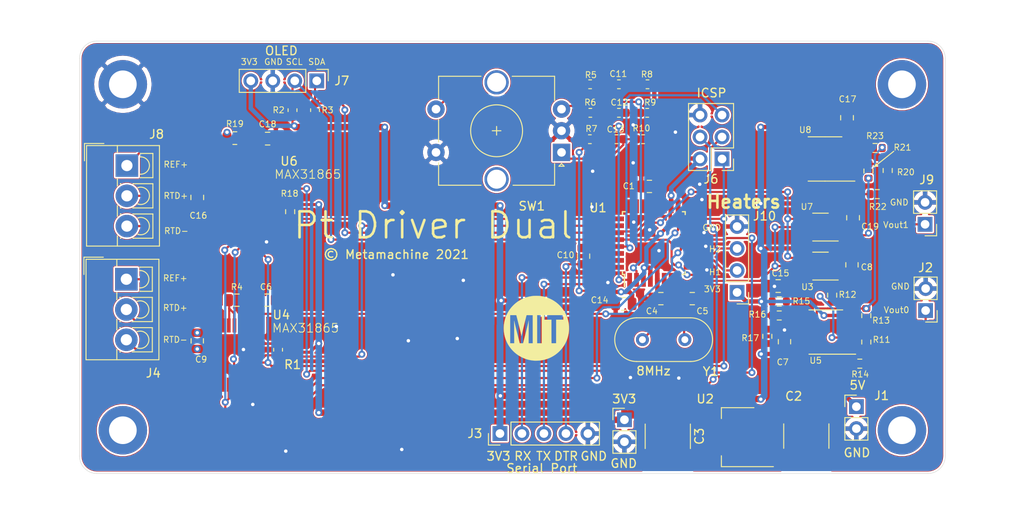
<source format=kicad_pcb>
(kicad_pcb (version 20171130) (host pcbnew 5.1.10-88a1d61d58~88~ubuntu18.04.1)
  (layers (0 F.Cu signal) (31 B.Cu signal) (34 B.Paste user) (35 F.Paste user) (36 B.SilkS user) (37 F.SilkS user) (38 B.Mask user) (39 F.Mask user) (44 Edge.Cuts user))
  (net 0 "")
  (net 1 GND)
  (net 2 "Net-(C1-Pad1)")
  (net 3 /XTAL1)
  (net 4 /XTAL2)
  (net 5 +5V)
  (net 6 /DTR)
  (net 7 /~RESET~)
  (net 8 /TX)
  (net 9 /RX)
  (net 10 "Net-(J4-Pad1)")
  (net 11 /ECLK)
  (net 12 /EDAT)
  (net 13 /MISO)
  (net 14 /SCK)
  (net 15 /MOSI)
  (net 16 /SCL)
  (net 17 /SDA)
  (net 18 "Net-(R4-Pad1)")
  (net 19 "Net-(R4-Pad2)")
  (net 20 "Net-(U1-Pad3)")
  (net 21 "Net-(U1-Pad6)")
  (net 22 "Net-(U1-Pad9)")
  (net 23 "Net-(U1-Pad12)")
  (net 24 "Net-(U1-Pad19)")
  (net 25 "Net-(U1-Pad22)")
  (net 26 "Net-(U1-Pad23)")
  (net 27 "Net-(U1-Pad24)")
  (net 28 +3V3)
  (net 29 "Net-(C9-Pad2)")
  (net 30 "Net-(C9-Pad1)")
  (net 31 /EBUT)
  (net 32 "Net-(U4-Pad20)")
  (net 33 "Net-(C11-Pad1)")
  (net 34 "Net-(C11-Pad2)")
  (net 35 "Net-(C12-Pad2)")
  (net 36 "Net-(C12-Pad1)")
  (net 37 "Net-(C13-Pad1)")
  (net 38 "Net-(C13-Pad2)")
  (net 39 "Net-(R11-Pad2)")
  (net 40 "Net-(R12-Pad2)")
  (net 41 "Net-(R13-Pad2)")
  (net 42 "Net-(R14-Pad1)")
  (net 43 "Net-(C15-Pad1)")
  (net 44 "Net-(R17-Pad2)")
  (net 45 "Net-(C16-Pad1)")
  (net 46 "Net-(C16-Pad2)")
  (net 47 "Net-(J8-Pad1)")
  (net 48 /~PT0_CS~)
  (net 49 /~PT1_CS~)
  (net 50 "Net-(R19-Pad1)")
  (net 51 "Net-(R19-Pad2)")
  (net 52 /~DRDY1~)
  (net 53 /~DRDY0~)
  (net 54 "Net-(U6-Pad20)")
  (net 55 /Vout0)
  (net 56 /Vout1)
  (net 57 /SPLITRAIL)
  (net 58 "Net-(R20-Pad2)")
  (net 59 "Net-(R21-Pad2)")
  (net 60 "Net-(R22-Pad1)")
  (net 61 "Net-(R23-Pad2)")
  (net 62 "Net-(U8-Pad7)")
  (net 63 /Heater1)
  (net 64 /Heater2)
  (module weo_footprints:mit_logo (layer F.Cu) (at 112.776 123.19)
    (fp_text reference G*** hide)
    (fp_text value LOGO hide)
  )
  (module Package_QFP:TQFP-32_7x7mm_P0.8mm (layer F.Cu) (at 126.338 113.357 90)
    (fp_text reference U1 (at 4.0735 -6.45 180) (layer F.SilkS))
    (fp_text value ATmega328P hide)
    (pad 1 smd rect (at -4.25 -2.8 90) (size 1.6 0.55) (layers F.Cu F.Paste F.Mask) (net 12 /EDAT))
    (pad 2 smd rect (at -4.25 -2 90) (size 1.6 0.55) (layers F.Cu F.Paste F.Mask) (net 31 /EBUT))
    (pad 3 smd rect (at -4.25 -1.2 90) (size 1.6 0.55) (layers F.Cu F.Paste F.Mask) (net 20 "Net-(U1-Pad3)"))
    (pad 4 smd rect (at -4.25 -0.4 90) (size 1.6 0.55) (layers F.Cu F.Paste F.Mask) (net 28 +3V3))
    (pad 5 smd rect (at -4.25 0.4 90) (size 1.6 0.55) (layers F.Cu F.Paste F.Mask) (net 1 GND))
    (pad 6 smd rect (at -4.25 1.2 90) (size 1.6 0.55) (layers F.Cu F.Paste F.Mask) (net 21 "Net-(U1-Pad6)"))
    (pad 7 smd rect (at -4.25 2 90) (size 1.6 0.55) (layers F.Cu F.Paste F.Mask) (net 3 /XTAL1))
    (pad 8 smd rect (at -4.25 2.8 90) (size 1.6 0.55) (layers F.Cu F.Paste F.Mask) (net 4 /XTAL2))
    (pad 9 smd rect (at -2.8 4.25 180) (size 1.6 0.55) (layers F.Cu F.Paste F.Mask) (net 22 "Net-(U1-Pad9)"))
    (pad 10 smd rect (at -2 4.25 180) (size 1.6 0.55) (layers F.Cu F.Paste F.Mask) (net 63 /Heater1))
    (pad 11 smd rect (at -1.2 4.25 180) (size 1.6 0.55) (layers F.Cu F.Paste F.Mask) (net 64 /Heater2))
    (pad 12 smd rect (at -0.4 4.25 180) (size 1.6 0.55) (layers F.Cu F.Paste F.Mask) (net 23 "Net-(U1-Pad12)"))
    (pad 13 smd rect (at 0.4 4.25 180) (size 1.6 0.55) (layers F.Cu F.Paste F.Mask) (net 52 /~DRDY1~))
    (pad 14 smd rect (at 1.2 4.25 180) (size 1.6 0.55) (layers F.Cu F.Paste F.Mask) (net 53 /~DRDY0~))
    (pad 15 smd rect (at 2 4.25 180) (size 1.6 0.55) (layers F.Cu F.Paste F.Mask) (net 15 /MOSI))
    (pad 16 smd rect (at 2.8 4.25 180) (size 1.6 0.55) (layers F.Cu F.Paste F.Mask) (net 13 /MISO))
    (pad 17 smd rect (at 4.25 2.8 90) (size 1.6 0.55) (layers F.Cu F.Paste F.Mask) (net 14 /SCK))
    (pad 18 smd rect (at 4.25 2 90) (size 1.6 0.55) (layers F.Cu F.Paste F.Mask) (net 28 +3V3))
    (pad 19 smd rect (at 4.25 1.2 90) (size 1.6 0.55) (layers F.Cu F.Paste F.Mask) (net 24 "Net-(U1-Pad19)"))
    (pad 20 smd rect (at 4.25 0.4 90) (size 1.6 0.55) (layers F.Cu F.Paste F.Mask) (net 2 "Net-(C1-Pad1)"))
    (pad 21 smd rect (at 4.25 -0.4 90) (size 1.6 0.55) (layers F.Cu F.Paste F.Mask) (net 1 GND))
    (pad 22 smd rect (at 4.25 -1.2 90) (size 1.6 0.55) (layers F.Cu F.Paste F.Mask) (net 25 "Net-(U1-Pad22)"))
    (pad 23 smd rect (at 4.25 -2 90) (size 1.6 0.55) (layers F.Cu F.Paste F.Mask) (net 26 "Net-(U1-Pad23)"))
    (pad 24 smd rect (at 4.25 -2.8 90) (size 1.6 0.55) (layers F.Cu F.Paste F.Mask) (net 27 "Net-(U1-Pad24)"))
    (pad 25 smd rect (at 2.8 -4.25 180) (size 1.6 0.55) (layers F.Cu F.Paste F.Mask) (net 49 /~PT1_CS~))
    (pad 26 smd rect (at 2 -4.25 180) (size 1.6 0.55) (layers F.Cu F.Paste F.Mask) (net 48 /~PT0_CS~))
    (pad 27 smd rect (at 1.2 -4.25 180) (size 1.6 0.55) (layers F.Cu F.Paste F.Mask) (net 17 /SDA))
    (pad 28 smd rect (at 0.4 -4.25 180) (size 1.6 0.55) (layers F.Cu F.Paste F.Mask) (net 16 /SCL))
    (pad 29 smd rect (at -0.4 -4.25 180) (size 1.6 0.55) (layers F.Cu F.Paste F.Mask) (net 7 /~RESET~))
    (pad 30 smd rect (at -1.2 -4.25 180) (size 1.6 0.55) (layers F.Cu F.Paste F.Mask) (net 9 /RX))
    (pad 31 smd rect (at -2 -4.25 180) (size 1.6 0.55) (layers F.Cu F.Paste F.Mask) (net 8 /TX))
    (pad 32 smd rect (at -2.8 -4.25 180) (size 1.6 0.55) (layers F.Cu F.Paste F.Mask) (net 11 /ECLK))
  )
  (module MountingHole:MountingHole_3.2mm_M3_DIN965_Pad (layer F.Cu) (at 65 135)
    (fp_text reference REF** hide)
    (fp_text value MountingHole_3.2mm_M3_DIN965_Pad hide)
    (pad 1 thru_hole circle (at 0 0) (size 5.6 5.6) (drill 3.2) (layers *.Cu *.Mask))
  )
  (module MountingHole:MountingHole_3.2mm_M3_DIN965_Pad (layer F.Cu) (at 155 135)
    (fp_text reference M3 hide)
    (fp_text value MountingHole_3.2mm_M3_DIN965_Pad hide)
    (pad 1 thru_hole circle (at 0 0) (size 5.6 5.6) (drill 3.2) (layers *.Cu *.Mask))
  )
  (module MountingHole:MountingHole_3.2mm_M3_DIN965_Pad (layer F.Cu) (at 155 95)
    (fp_text reference M3 hide)
    (fp_text value MountingHole_3.2mm_M3_DIN965_Pad hide)
    (pad 1 thru_hole circle (at 0 0) (size 5.6 5.6) (drill 3.2) (layers *.Cu *.Mask))
  )
  (module MountingHole:MountingHole_3.2mm_M3_DIN965_Pad (layer F.Cu) (at 65 95)
    (fp_text reference REF** hide)
    (fp_text value MountingHole_3.2mm_M3_DIN965_Pad hide)
    (pad 1 thru_hole circle (at 0 0) (size 5.6 5.6) (drill 3.2) (layers *.Cu *.Mask) (net 1 GND))
  )
  (module Capacitor_SMD:C_0805_2012Metric (layer F.Cu) (at 125.8255 106.807 180)
    (fp_text reference C1 (at 2.3855 0.037) (layer F.SilkS) (effects (font (size 0.7 0.7) (thickness 0.1))))
    (fp_text value 0.1uF hide)
    (pad 2 smd roundrect (at 0.9375 0 180) (size 0.975 1.4) (layers F.Cu F.Paste F.Mask) (net 1 GND))
    (pad 1 smd roundrect (at -0.9375 0 180) (size 0.975 1.4) (layers F.Cu F.Paste F.Mask) (net 2 "Net-(C1-Pad1)"))
  )
  (module Capacitor_SMD:C_2220_5650Metric (layer F.Cu) (at 143.95 135.675 270)
    (fp_text reference C2 (at -4.611 1.456 180) (layer F.SilkS))
    (fp_text value "10uF 12V" hide)
    (pad 2 smd roundrect (at 2.55 0 270) (size 1.8 5.4) (layers F.Cu F.Paste F.Mask) (roundrect_rratio 0.1388888888888889) (net 1 GND))
    (pad 1 smd roundrect (at -2.55 0 270) (size 1.8 5.4) (layers F.Cu F.Paste F.Mask) (roundrect_rratio 0.1388888888888889) (net 5 +5V))
  )
  (module Capacitor_SMD:C_2220_5650Metric (layer F.Cu) (at 127.95 135.7 270)
    (fp_text reference C3 (at 0 -3.65 90) (layer F.SilkS))
    (fp_text value "10uF 12V" hide)
    (pad 1 smd roundrect (at -2.55 0 270) (size 1.8 5.4) (layers F.Cu F.Paste F.Mask) (roundrect_rratio 0.1388888888888889) (net 28 +3V3))
    (pad 2 smd roundrect (at 2.55 0 270) (size 1.8 5.4) (layers F.Cu F.Paste F.Mask) (roundrect_rratio 0.1388888888888889) (net 1 GND))
  )
  (module Capacitor_SMD:C_0805_2012Metric (layer F.Cu) (at 127.1505 119.782)
    (fp_text reference C4 (at -1.0395 1.4395) (layer F.SilkS) (effects (font (size 0.7 0.7) (thickness 0.1))))
    (fp_text value 22pF hide)
    (pad 2 smd roundrect (at 0.9375 0) (size 0.975 1.4) (layers F.Cu F.Paste F.Mask) (net 3 /XTAL1))
    (pad 1 smd roundrect (at -0.9375 0) (size 0.975 1.4) (layers F.Cu F.Paste F.Mask) (net 1 GND))
  )
  (module Capacitor_SMD:C_0805_2012Metric (layer F.Cu) (at 130.7755 119.782 180)
    (fp_text reference C5 (at -1.1775 -1.4395) (layer F.SilkS) (effects (font (size 0.7 0.7) (thickness 0.1))))
    (fp_text value 22pF hide)
    (pad 1 smd roundrect (at -0.9375 0 180) (size 0.975 1.4) (layers F.Cu F.Paste F.Mask) (net 1 GND))
    (pad 2 smd roundrect (at 0.9375 0 180) (size 0.975 1.4) (layers F.Cu F.Paste F.Mask) (net 4 /XTAL2))
  )
  (module Capacitor_SMD:C_0805_2012Metric (layer F.Cu) (at 81.651 119.9605)
    (fp_text reference C6 (at -0.117 -1.533) (layer F.SilkS) (effects (font (size 0.7 0.7) (thickness 0.1))))
    (fp_text value 0.1uF hide)
    (pad 1 smd roundrect (at -0.9375 0) (size 0.975 1.4) (layers F.Cu F.Paste F.Mask) (net 28 +3V3))
    (pad 2 smd roundrect (at 0.9375 0) (size 0.975 1.4) (layers F.Cu F.Paste F.Mask) (net 1 GND))
  )
  (module Capacitor_SMD:C_0805_2012Metric (layer F.Cu) (at 141.43 124.7625 90)
    (fp_text reference C7 (at -2.3625 -0.206 180) (layer F.SilkS) (effects (font (size 0.7 0.7) (thickness 0.1))))
    (fp_text value 0.1uF hide)
    (pad 2 smd roundrect (at 0.9375 0 90) (size 0.975 1.4) (layers F.Cu F.Paste F.Mask) (net 1 GND))
    (pad 1 smd roundrect (at -0.9375 0 90) (size 0.975 1.4) (layers F.Cu F.Paste F.Mask) (net 28 +3V3))
  )
  (module Capacitor_SMD:C_0805_2012Metric (layer F.Cu) (at 149.225 115.8725 270)
    (fp_text reference C8 (at 0.269 -1.7145 180) (layer F.SilkS) (effects (font (size 0.7 0.7) (thickness 0.1))))
    (fp_text value 0.1uF)
    (pad 1 smd roundrect (at -0.9375 0 270) (size 0.975 1.4) (layers F.Cu F.Paste F.Mask) (net 28 +3V3))
    (pad 2 smd roundrect (at 0.9375 0 270) (size 0.975 1.4) (layers F.Cu F.Paste F.Mask) (net 1 GND))
  )
  (module Capacitor_SMD:C_0805_2012Metric (layer F.Cu) (at 73.5965 124.6655 270)
    (fp_text reference C9 (at 2.144 -0.4445 180) (layer F.SilkS) (effects (font (size 0.7 0.7) (thickness 0.1))))
    (fp_text value 0.1uF hide)
    (pad 2 smd roundrect (at 0.9375 0 270) (size 0.975 1.4) (layers F.Cu F.Paste F.Mask) (net 29 "Net-(C9-Pad2)"))
    (pad 1 smd roundrect (at -0.9375 0 270) (size 0.975 1.4) (layers F.Cu F.Paste F.Mask) (net 30 "Net-(C9-Pad1)"))
  )
  (module Capacitor_SMD:C_0805_2012Metric (layer F.Cu) (at 118.218 114.8695 90)
    (fp_text reference C10 (at 0.125 -2.0765 180) (layer F.SilkS) (effects (font (size 0.7 0.7) (thickness 0.1))))
    (fp_text value 0.1uF hide)
    (pad 1 smd roundrect (at -0.9375 0 90) (size 0.975 1.4) (layers F.Cu F.Paste F.Mask) (net 6 /DTR))
    (pad 2 smd roundrect (at 0.9375 0 90) (size 0.975 1.4) (layers F.Cu F.Paste F.Mask) (net 7 /~RESET~))
  )
  (module Connector_PinHeader_2.54mm:PinHeader_1x02_P2.54mm_Vertical (layer F.Cu) (at 157.734 121.158 180)
    (fp_text reference J2 (at 0 4.953) (layer F.SilkS))
    (fp_text value Vout hide)
    (pad 1 thru_hole rect (at 0 0 180) (size 1.7 1.7) (drill 1) (layers *.Cu *.Mask) (net 55 /Vout0))
    (pad 2 thru_hole oval (at 0 2.54 180) (size 1.7 1.7) (drill 1) (layers *.Cu *.Mask) (net 1 GND))
  )
  (module Connector_PinHeader_2.54mm:PinHeader_1x05_P2.54mm_Vertical (layer F.Cu) (at 108.562 135.382 90)
    (fp_text reference J3 (at 0 -2.898 180) (layer F.SilkS))
    (fp_text value "serial port" hide)
    (pad 1 thru_hole rect (at 0 0 90) (size 1.7 1.7) (drill 1) (layers *.Cu *.Mask) (net 28 +3V3))
    (pad 2 thru_hole oval (at 0 2.54 90) (size 1.7 1.7) (drill 1) (layers *.Cu *.Mask) (net 9 /RX))
    (pad 3 thru_hole oval (at 0 5.08 90) (size 1.7 1.7) (drill 1) (layers *.Cu *.Mask) (net 8 /TX))
    (pad 4 thru_hole oval (at 0 7.62 90) (size 1.7 1.7) (drill 1) (layers *.Cu *.Mask) (net 6 /DTR))
    (pad 5 thru_hole oval (at 0 10.16 90) (size 1.7 1.7) (drill 1) (layers *.Cu *.Mask) (net 1 GND))
  )
  (module Connector_PinHeader_2.54mm:PinHeader_1x04_P2.54mm_Vertical (layer F.Cu) (at 87.4 94.6 270)
    (fp_text reference J7 (at 0 -2.897 180) (layer F.SilkS))
    (fp_text value display hide)
    (pad 1 thru_hole rect (at 0 0 270) (size 1.7 1.7) (drill 1) (layers *.Cu *.Mask) (net 17 /SDA))
    (pad 2 thru_hole oval (at 0 2.54 270) (size 1.7 1.7) (drill 1) (layers *.Cu *.Mask) (net 16 /SCL))
    (pad 3 thru_hole oval (at 0 5.08 270) (size 1.7 1.7) (drill 1) (layers *.Cu *.Mask) (net 1 GND))
    (pad 4 thru_hole oval (at 0 7.62 270) (size 1.7 1.7) (drill 1) (layers *.Cu *.Mask) (net 28 +3V3))
  )
  (module Connector_PinHeader_2.54mm:PinHeader_2x03_P2.54mm_Vertical (layer F.Cu) (at 134.216 103.632 180)
    (fp_text reference J6 (at 1.27 -2.33) (layer F.SilkS))
    (fp_text value Conn_02x03_Odd_Even hide)
    (pad 1 thru_hole rect (at 0 0 180) (size 1.7 1.7) (drill 1) (layers *.Cu *.Mask) (net 13 /MISO))
    (pad 2 thru_hole oval (at 2.54 0 180) (size 1.7 1.7) (drill 1) (layers *.Cu *.Mask) (net 28 +3V3))
    (pad 3 thru_hole oval (at 0 2.54 180) (size 1.7 1.7) (drill 1) (layers *.Cu *.Mask) (net 14 /SCK))
    (pad 4 thru_hole oval (at 2.54 2.54 180) (size 1.7 1.7) (drill 1) (layers *.Cu *.Mask) (net 15 /MOSI))
    (pad 5 thru_hole oval (at 0 5.08 180) (size 1.7 1.7) (drill 1) (layers *.Cu *.Mask) (net 7 /~RESET~))
    (pad 6 thru_hole oval (at 2.54 5.08 180) (size 1.7 1.7) (drill 1) (layers *.Cu *.Mask) (net 1 GND))
  )
  (module Resistor_SMD:R_0603_1608Metric (layer F.Cu) (at 82.931 125.692 90)
    (fp_text reference R1 (at -1.7225 1.685 180) (layer F.SilkS))
    (fp_text value 10K hide)
    (pad 1 smd roundrect (at -0.7875 0 90) (size 0.875 0.95) (layers F.Cu F.Paste F.Mask) (net 48 /~PT0_CS~))
    (pad 2 smd roundrect (at 0.7875 0 90) (size 0.875 0.95) (layers F.Cu F.Paste F.Mask) (net 28 +3V3))
  )
  (module Resistor_SMD:R_0603_1608Metric (layer F.Cu) (at 84.6 97.9875 270)
    (fp_text reference R2 (at -0.007 1.6055 180) (layer F.SilkS) (effects (font (size 0.7 0.7) (thickness 0.1))))
    (fp_text value 3.9K hide)
    (pad 2 smd roundrect (at 0.7875 0 270) (size 0.875 0.95) (layers F.Cu F.Paste F.Mask) (net 28 +3V3))
    (pad 1 smd roundrect (at -0.7875 0 270) (size 0.875 0.95) (layers F.Cu F.Paste F.Mask) (net 16 /SCL))
  )
  (module Resistor_SMD:R_0603_1608Metric (layer F.Cu) (at 87.2 97.9875 270)
    (fp_text reference R3 (at -0.007 -1.446 180) (layer F.SilkS) (effects (font (size 0.7 0.7) (thickness 0.1))))
    (fp_text value 3.9K hide)
    (pad 1 smd roundrect (at -0.7875 0 270) (size 0.875 0.95) (layers F.Cu F.Paste F.Mask) (net 17 /SDA))
    (pad 2 smd roundrect (at 0.7875 0 270) (size 0.875 0.95) (layers F.Cu F.Paste F.Mask) (net 28 +3V3))
  )
  (module Resistor_SMD:R_0805_2012Metric (layer F.Cu) (at 78.176 119.9605)
    (fp_text reference R4 (at -0.0075 -1.533) (layer F.SilkS) (effects (font (size 0.7 0.7) (thickness 0.1))))
    (fp_text value "402K 0.1%" hide)
    (pad 1 smd roundrect (at -0.9375 0) (size 0.975 1.4) (layers F.Cu F.Paste F.Mask) (net 18 "Net-(R4-Pad1)"))
    (pad 2 smd roundrect (at 0.9375 0) (size 0.975 1.4) (layers F.Cu F.Paste F.Mask) (net 19 "Net-(R4-Pad2)"))
  )
  (module Package_TO_SOT_SMD:SOT-223-3_TabPin2 (layer F.Cu) (at 136.05 135.8 180)
    (fp_text reference U2 (at 3.7795 4.4185) (layer F.SilkS))
    (fp_text value AP1117-33 hide)
    (pad 2 smd rect (at 3.15 0 180) (size 2 3.8) (layers F.Cu F.Paste F.Mask) (net 28 +3V3))
    (pad 2 smd rect (at -3.15 0 180) (size 2 1.5) (layers F.Cu F.Paste F.Mask) (net 28 +3V3))
    (pad 3 smd rect (at -3.15 2.3 180) (size 2 1.5) (layers F.Cu F.Paste F.Mask) (net 5 +5V))
    (pad 1 smd rect (at -3.15 -2.3 180) (size 2 1.5) (layers F.Cu F.Paste F.Mask) (net 1 GND))
  )
  (module Crystal:Crystal_HC18-U_Vertical (layer F.Cu) (at 125.021 124.5235)
    (fp_text reference Y1 (at 7.8845 3.683) (layer F.SilkS))
    (fp_text value 8MHz)
    (pad 1 thru_hole circle (at 0 0) (size 1.5 1.5) (drill 0.8) (layers *.Cu *.Mask) (net 3 /XTAL1))
    (pad 2 thru_hole circle (at 4.9 0) (size 1.5 1.5) (drill 0.8) (layers *.Cu *.Mask) (net 4 /XTAL2))
  )
  (module Capacitor_SMD:C_0603_1608Metric (layer F.Cu) (at 122.3035 94.996 180)
    (fp_text reference C11 (at 0.066 1.2065) (layer F.SilkS) (effects (font (size 0.7 0.7) (thickness 0.1))))
    (fp_text value 0.1uF hide)
    (pad 1 smd roundrect (at -0.7875 0 180) (size 0.875 0.95) (layers F.Cu F.Paste F.Mask) (net 33 "Net-(C11-Pad1)"))
    (pad 2 smd roundrect (at 0.7875 0 180) (size 0.875 0.95) (layers F.Cu F.Paste F.Mask) (net 34 "Net-(C11-Pad2)"))
  )
  (module Capacitor_SMD:C_0603_1608Metric (layer F.Cu) (at 122.3035 98.298 180)
    (fp_text reference C12 (at -0.0565 1.2065) (layer F.SilkS) (effects (font (size 0.7 0.7) (thickness 0.1))))
    (fp_text value 0.1uF hide)
    (pad 2 smd roundrect (at 0.7875 0 180) (size 0.875 0.95) (layers F.Cu F.Paste F.Mask) (net 35 "Net-(C12-Pad2)"))
    (pad 1 smd roundrect (at -0.7875 0 180) (size 0.875 0.95) (layers F.Cu F.Paste F.Mask) (net 36 "Net-(C12-Pad1)"))
  )
  (module Capacitor_SMD:C_0603_1608Metric (layer F.Cu) (at 122.024 101.346 180)
    (fp_text reference C13 (at 0.104 1.143) (layer F.SilkS) (effects (font (size 0.7 0.7) (thickness 0.1))))
    (fp_text value 0.1uF hide)
    (pad 1 smd roundrect (at -0.7875 0 180) (size 0.875 0.95) (layers F.Cu F.Paste F.Mask) (net 37 "Net-(C13-Pad1)"))
    (pad 2 smd roundrect (at 0.7875 0 180) (size 0.875 0.95) (layers F.Cu F.Paste F.Mask) (net 38 "Net-(C13-Pad2)"))
  )
  (module Resistor_SMD:R_0603_1608Metric (layer F.Cu) (at 118.976 94.996 180)
    (fp_text reference R5 (at -0.0865 1.0795) (layer F.SilkS) (effects (font (size 0.7 0.7) (thickness 0.1))))
    (fp_text value 10K hide)
    (pad 2 smd roundrect (at 0.7875 0 180) (size 0.875 0.95) (layers F.Cu F.Paste F.Mask) (net 31 /EBUT))
    (pad 1 smd roundrect (at -0.7875 0 180) (size 0.875 0.95) (layers F.Cu F.Paste F.Mask) (net 34 "Net-(C11-Pad2)"))
  )
  (module Resistor_SMD:R_0603_1608Metric (layer F.Cu) (at 119.0015 98.298 180)
    (fp_text reference R6 (at 0.0025 1.2065) (layer F.SilkS) (effects (font (size 0.7 0.7) (thickness 0.1))))
    (fp_text value 10K hide)
    (pad 1 smd roundrect (at -0.7875 0 180) (size 0.875 0.95) (layers F.Cu F.Paste F.Mask) (net 35 "Net-(C12-Pad2)"))
    (pad 2 smd roundrect (at 0.7875 0 180) (size 0.875 0.95) (layers F.Cu F.Paste F.Mask) (net 12 /EDAT))
  )
  (module Resistor_SMD:R_0603_1608Metric (layer F.Cu) (at 118.9505 101.346 180)
    (fp_text reference R7 (at -0.1755 1.2065) (layer F.SilkS) (effects (font (size 0.7 0.7) (thickness 0.1))))
    (fp_text value 10K hide)
    (pad 2 smd roundrect (at 0.7875 0 180) (size 0.875 0.95) (layers F.Cu F.Paste F.Mask) (net 11 /ECLK))
    (pad 1 smd roundrect (at -0.7875 0 180) (size 0.875 0.95) (layers F.Cu F.Paste F.Mask) (net 38 "Net-(C13-Pad2)"))
  )
  (module Resistor_SMD:R_0603_1608Metric (layer F.Cu) (at 125.6055 94.996 180)
    (fp_text reference R8 (at 0.066 1.143) (layer F.SilkS) (effects (font (size 0.7 0.7) (thickness 0.1))))
    (fp_text value 10K hide)
    (pad 1 smd roundrect (at -0.7875 0 180) (size 0.875 0.95) (layers F.Cu F.Paste F.Mask) (net 28 +3V3))
    (pad 2 smd roundrect (at 0.7875 0 180) (size 0.875 0.95) (layers F.Cu F.Paste F.Mask) (net 33 "Net-(C11-Pad1)"))
  )
  (module Resistor_SMD:R_0603_1608Metric (layer F.Cu) (at 125.58 98.298)
    (fp_text reference R9 (at 0.3405 -1.2065) (layer F.SilkS) (effects (font (size 0.7 0.7) (thickness 0.1))))
    (fp_text value 10K hide)
    (pad 2 smd roundrect (at 0.7875 0) (size 0.875 0.95) (layers F.Cu F.Paste F.Mask) (net 28 +3V3))
    (pad 1 smd roundrect (at -0.7875 0) (size 0.875 0.95) (layers F.Cu F.Paste F.Mask) (net 36 "Net-(C12-Pad1)"))
  )
  (module Resistor_SMD:R_0603_1608Metric (layer F.Cu) (at 125.0975 101.346)
    (fp_text reference R10 (at -0.193 -1.27) (layer F.SilkS) (effects (font (size 0.7 0.7) (thickness 0.1))))
    (fp_text value 10K hide)
    (pad 1 smd roundrect (at -0.7875 0) (size 0.875 0.95) (layers F.Cu F.Paste F.Mask) (net 37 "Net-(C13-Pad1)"))
    (pad 2 smd roundrect (at 0.7875 0) (size 0.875 0.95) (layers F.Cu F.Paste F.Mask) (net 28 +3V3))
  )
  (module Resistor_SMD:R_0603_1608Metric (layer F.Cu) (at 150.88 124.8 90)
    (fp_text reference R11 (at 0.2765 1.774) (layer F.SilkS) (effects (font (size 0.7 0.7) (thickness 0.1))))
    (fp_text value 10k hide)
    (pad 1 smd roundrect (at -0.825 0 90) (size 0.8 0.95) (layers F.Cu F.Paste F.Mask) (net 55 /Vout0))
    (pad 2 smd roundrect (at 0.825 0 90) (size 0.8 0.95) (layers F.Cu F.Paste F.Mask) (net 39 "Net-(R11-Pad2)"))
  )
  (module Resistor_SMD:R_0603_1608Metric (layer F.Cu) (at 146.939 119.38 90)
    (fp_text reference R12 (at 0.0635 1.778 180) (layer F.SilkS) (effects (font (size 0.7 0.7) (thickness 0.1))))
    (fp_text value 10k)
    (pad 2 smd roundrect (at 0.825 0 90) (size 0.8 0.95) (layers F.Cu F.Paste F.Mask) (net 40 "Net-(R12-Pad2)"))
    (pad 1 smd roundrect (at -0.825 0 90) (size 0.8 0.95) (layers F.Cu F.Paste F.Mask) (net 39 "Net-(R11-Pad2)"))
  )
  (module Resistor_SMD:R_0603_1608Metric (layer F.Cu) (at 150.88 121.75 270)
    (fp_text reference R13 (at 0.551 -1.7105 180) (layer F.SilkS) (effects (font (size 0.7 0.7) (thickness 0.1))))
    (fp_text value 5k)
    (pad 1 smd roundrect (at -0.825 0 270) (size 0.8 0.95) (layers F.Cu F.Paste F.Mask) (net 57 /SPLITRAIL))
    (pad 2 smd roundrect (at 0.825 0 270) (size 0.8 0.95) (layers F.Cu F.Paste F.Mask) (net 41 "Net-(R13-Pad2)"))
  )
  (module Package_SO:SOIC-8_3.9x4.9mm_P1.27mm (layer F.Cu) (at 146.205 123.645 180)
    (fp_text reference U5 (at 1.171 -3.2915) (layer F.SilkS) (effects (font (size 0.7 0.7) (thickness 0.1))))
    (fp_text value MCP602 hide)
    (pad 1 smd roundrect (at -2.475 -1.905 180) (size 1.95 0.6) (layers F.Cu F.Paste F.Mask) (net 42 "Net-(R14-Pad1)"))
    (pad 2 smd roundrect (at -2.475 -0.635 180) (size 1.95 0.6) (layers F.Cu F.Paste F.Mask) (net 39 "Net-(R11-Pad2)"))
    (pad 3 smd roundrect (at -2.475 0.635 180) (size 1.95 0.6) (layers F.Cu F.Paste F.Mask) (net 41 "Net-(R13-Pad2)"))
    (pad 4 smd roundrect (at -2.475 1.905 180) (size 1.95 0.6) (layers F.Cu F.Paste F.Mask) (net 28 +3V3))
    (pad 5 smd roundrect (at 2.475 1.905 180) (size 1.95 0.6) (layers F.Cu F.Paste F.Mask) (net 43 "Net-(C15-Pad1)"))
    (pad 6 smd roundrect (at 2.475 0.635 180) (size 1.95 0.6) (layers F.Cu F.Paste F.Mask) (net 44 "Net-(R17-Pad2)"))
    (pad 7 smd roundrect (at 2.475 -0.635 180) (size 1.95 0.6) (layers F.Cu F.Paste F.Mask) (net 57 /SPLITRAIL))
    (pad 8 smd roundrect (at 2.475 -1.905 180) (size 1.95 0.6) (layers F.Cu F.Paste F.Mask) (net 1 GND))
  )
  (module Resistor_SMD:R_0603_1608Metric (layer F.Cu) (at 150.13 127.3)
    (fp_text reference R14 (at 0.0475 1.224) (layer F.SilkS) (effects (font (size 0.7 0.7) (thickness 0.1))))
    (fp_text value 100 hide)
    (pad 1 smd roundrect (at -0.825 0) (size 0.8 0.95) (layers F.Cu F.Paste F.Mask) (net 42 "Net-(R14-Pad1)"))
    (pad 2 smd roundrect (at 0.825 0) (size 0.8 0.95) (layers F.Cu F.Paste F.Mask) (net 55 /Vout0))
  )
  (module Rotary_Encoder:RotaryEncoder_Alps_EC12E-Switch_Vertical_H20mm_CircularMountingHoles (layer F.Cu) (at 115.674 102.87 180)
    (fp_text reference SW1 (at 3.434 -6.21) (layer F.SilkS))
    (fp_text value Rotary_Encoder_Switch hide)
    (pad S2 thru_hole circle (at 14.5 5 180) (size 2 2) (drill 1) (layers *.Cu *.Mask) (net 33 "Net-(C11-Pad1)"))
    (pad S1 thru_hole circle (at 14.5 0 180) (size 2 2) (drill 1) (layers *.Cu *.Mask) (net 1 GND))
    (pad MP thru_hole circle (at 7.5 8.1 180) (size 2.8 2.8) (drill 2.2) (layers *.Cu *.Mask))
    (pad MP thru_hole circle (at 7.5 -3.1 180) (size 2.8 2.8) (drill 2.2) (layers *.Cu *.Mask))
    (pad B thru_hole circle (at 0 5 180) (size 2 2) (drill 1) (layers *.Cu *.Mask) (net 36 "Net-(C12-Pad1)"))
    (pad C thru_hole circle (at 0 2.5 180) (size 2 2) (drill 1) (layers *.Cu *.Mask) (net 1 GND))
    (pad A thru_hole rect (at 0 0 180) (size 2 2) (drill 1) (layers *.Cu *.Mask) (net 37 "Net-(C13-Pad1)"))
  )
  (module Capacitor_SMD:C_0805_2012Metric (layer F.Cu) (at 122.875 120.396 180)
    (fp_text reference C14 (at 2.7965 0.4445) (layer F.SilkS) (effects (font (size 0.7 0.7) (thickness 0.1))))
    (fp_text value 0.1uF)
    (pad 1 smd roundrect (at -0.95 0 180) (size 1 1.45) (layers F.Cu F.Paste F.Mask) (net 28 +3V3))
    (pad 2 smd roundrect (at 0.95 0 180) (size 1 1.45) (layers F.Cu F.Paste F.Mask) (net 1 GND))
  )
  (module Connector_PinHeader_2.54mm:PinHeader_1x02_P2.54mm_Vertical (layer F.Cu) (at 122.94 133.79)
    (fp_text reference J5 hide)
    (fp_text value Conn_01x02 hide)
    (pad 1 thru_hole rect (at 0 0) (size 1.7 1.7) (drill 1) (layers *.Cu *.Mask) (net 28 +3V3))
    (pad 2 thru_hole oval (at 0 2.54) (size 1.7 1.7) (drill 1) (layers *.Cu *.Mask) (net 1 GND))
  )
  (module Resistor_SMD:R_0603_1608Metric (layer F.Cu) (at 140.825 120.11 180)
    (fp_text reference R15 (at -2.558 0.0315) (layer F.SilkS) (effects (font (size 0.7 0.7) (thickness 0.1))))
    (fp_text value 100k)
    (pad 2 smd roundrect (at 0.825 0 180) (size 0.8 0.95) (layers F.Cu F.Paste F.Mask) (net 28 +3V3))
    (pad 1 smd roundrect (at -0.825 0 180) (size 0.8 0.95) (layers F.Cu F.Paste F.Mask) (net 43 "Net-(C15-Pad1)"))
  )
  (module Resistor_SMD:R_0603_1608Metric (layer F.Cu) (at 140.825 121.73)
    (fp_text reference R16 (at -2.522 -0.1275 180) (layer F.SilkS) (effects (font (size 0.7 0.7) (thickness 0.1))))
    (fp_text value 100k)
    (pad 1 smd roundrect (at -0.825 0) (size 0.8 0.95) (layers F.Cu F.Paste F.Mask) (net 1 GND))
    (pad 2 smd roundrect (at 0.825 0) (size 0.8 0.95) (layers F.Cu F.Paste F.Mask) (net 43 "Net-(C15-Pad1)"))
  )
  (module Capacitor_SMD:C_0805_2012Metric (layer F.Cu) (at 140.7 118.33 180)
    (fp_text reference C15 (at -0.27 1.49) (layer F.SilkS) (effects (font (size 0.7 0.7) (thickness 0.1))))
    (fp_text value 330nF hide)
    (pad 1 smd roundrect (at -0.95 0 180) (size 1 1.45) (layers F.Cu F.Paste F.Mask) (net 43 "Net-(C15-Pad1)"))
    (pad 2 smd roundrect (at 0.95 0 180) (size 1 1.45) (layers F.Cu F.Paste F.Mask) (net 1 GND))
  )
  (module Resistor_SMD:R_0603_1608Metric (layer F.Cu) (at 139.446 124.143 90)
    (fp_text reference R17 (at -0.19 -1.9685) (layer F.SilkS) (effects (font (size 0.7 0.7) (thickness 0.1))))
    (fp_text value 50k)
    (pad 1 smd roundrect (at -0.825 0 90) (size 0.8 0.95) (layers F.Cu F.Paste F.Mask) (net 57 /SPLITRAIL))
    (pad 2 smd roundrect (at 0.825 0 90) (size 0.8 0.95) (layers F.Cu F.Paste F.Mask) (net 44 "Net-(R17-Pad2)"))
  )
  (module Capacitor_SMD:C_0805_2012Metric (layer F.Cu) (at 73.5965 108.0795 270)
    (fp_text reference C16 (at 2.093 -0.127 180) (layer F.SilkS) (effects (font (size 0.7 0.7) (thickness 0.1))))
    (fp_text value 0.1uF)
    (pad 1 smd roundrect (at -0.95 0 270) (size 1 1.45) (layers F.Cu F.Paste F.Mask) (net 45 "Net-(C16-Pad1)"))
    (pad 2 smd roundrect (at 0.95 0 270) (size 1 1.45) (layers F.Cu F.Paste F.Mask) (net 46 "Net-(C16-Pad2)"))
  )
  (module Resistor_SMD:R_0603_1608Metric (layer F.Cu) (at 84.328 109.7285 90)
    (fp_text reference R18 (at 2.096 -0.0635 180) (layer F.SilkS) (effects (font (size 0.7 0.7) (thickness 0.1))))
    (fp_text value 10K hide)
    (pad 1 smd roundrect (at -0.825 0 90) (size 0.8 0.95) (layers F.Cu F.Paste F.Mask) (net 49 /~PT1_CS~))
    (pad 2 smd roundrect (at 0.825 0 90) (size 0.8 0.95) (layers F.Cu F.Paste F.Mask) (net 28 +3V3))
  )
  (module Resistor_SMD:R_0805_2012Metric (layer F.Cu) (at 77.938 101.219)
    (fp_text reference R19 (at 0 -1.65) (layer F.SilkS) (effects (font (size 0.7 0.7) (thickness 0.1))))
    (fp_text value "402K 0.1%" hide)
    (pad 1 smd roundrect (at -0.9125 0) (size 1.025 1.4) (layers F.Cu F.Paste F.Mask) (roundrect_rratio 0.2439004878048781) (net 50 "Net-(R19-Pad1)"))
    (pad 2 smd roundrect (at 0.9125 0) (size 1.025 1.4) (layers F.Cu F.Paste F.Mask) (roundrect_rratio 0.2439004878048781) (net 51 "Net-(R19-Pad2)"))
  )
  (module Connector_PinHeader_2.54mm:PinHeader_1x02_P2.54mm_Vertical (layer F.Cu) (at 157.6705 111.1885 180)
    (fp_text reference J9 (at -0.1905 5.1435) (layer F.SilkS))
    (fp_text value Vout)
    (pad 1 thru_hole rect (at 0 0 180) (size 1.7 1.7) (drill 1) (layers *.Cu *.Mask) (net 56 /Vout1))
    (pad 2 thru_hole oval (at 0 2.54 180) (size 1.7 1.7) (drill 1) (layers *.Cu *.Mask) (net 1 GND))
  )
  (module Resistor_SMD:R_0603_1608Metric (layer F.Cu) (at 153.3525 104.965 90)
    (fp_text reference R20 (at -0.191 2.0955 180) (layer F.SilkS) (effects (font (size 0.7 0.7) (thickness 0.1))))
    (fp_text value 10k)
    (pad 1 smd roundrect (at -0.825 0 90) (size 0.8 0.95) (layers F.Cu F.Paste F.Mask) (net 56 /Vout1))
    (pad 2 smd roundrect (at 0.825 0 90) (size 0.8 0.95) (layers F.Cu F.Paste F.Mask) (net 58 "Net-(R20-Pad2)"))
  )
  (module Resistor_SMD:R_0603_1608Metric (layer F.Cu) (at 151.13 105.029 270)
    (fp_text reference R21 (at -2.7305 -3.937 180) (layer F.SilkS) (effects (font (size 0.7 0.7) (thickness 0.1))))
    (fp_text value 10k)
    (pad 2 smd roundrect (at 0.825 0 270) (size 0.8 0.95) (layers F.Cu F.Paste F.Mask) (net 59 "Net-(R21-Pad2)"))
    (pad 1 smd roundrect (at -0.825 0 270) (size 0.8 0.95) (layers F.Cu F.Paste F.Mask) (net 58 "Net-(R20-Pad2)"))
  )
  (module Resistor_SMD:R_0603_1608Metric (layer F.Cu) (at 152.1455 107.696)
    (fp_text reference R22 (at 0.064 1.4605) (layer F.SilkS) (effects (font (size 0.7 0.7) (thickness 0.1))))
    (fp_text value 100)
    (pad 2 smd roundrect (at 0.825 0) (size 0.8 0.95) (layers F.Cu F.Paste F.Mask) (net 56 /Vout1))
    (pad 1 smd roundrect (at -0.825 0) (size 0.8 0.95) (layers F.Cu F.Paste F.Mask) (net 60 "Net-(R22-Pad1)"))
  )
  (module Resistor_SMD:R_0603_1608Metric (layer F.Cu) (at 151.8915 102.362 180)
    (fp_text reference R23 (at 0 1.397) (layer F.SilkS) (effects (font (size 0.7 0.7) (thickness 0.1))))
    (fp_text value 5k)
    (pad 1 smd roundrect (at -0.825 0 180) (size 0.8 0.95) (layers F.Cu F.Paste F.Mask) (net 57 /SPLITRAIL))
    (pad 2 smd roundrect (at 0.825 0 180) (size 0.8 0.95) (layers F.Cu F.Paste F.Mask) (net 61 "Net-(R23-Pad2)"))
  )
  (module Package_SO:SOIC-8_3.9x4.9mm_P1.27mm (layer F.Cu) (at 146.112 103.632 180)
    (fp_text reference U8 (at 2.2845 3.3655) (layer F.SilkS) (effects (font (size 0.7 0.7) (thickness 0.1))))
    (fp_text value MCP602)
    (pad 1 smd roundrect (at -2.475 -1.905 180) (size 1.95 0.6) (layers F.Cu F.Paste F.Mask) (net 60 "Net-(R22-Pad1)"))
    (pad 2 smd roundrect (at -2.475 -0.635 180) (size 1.95 0.6) (layers F.Cu F.Paste F.Mask) (net 58 "Net-(R20-Pad2)"))
    (pad 3 smd roundrect (at -2.475 0.635 180) (size 1.95 0.6) (layers F.Cu F.Paste F.Mask) (net 61 "Net-(R23-Pad2)"))
    (pad 4 smd roundrect (at -2.475 1.905 180) (size 1.95 0.6) (layers F.Cu F.Paste F.Mask) (net 28 +3V3))
    (pad 5 smd roundrect (at 2.475 1.905 180) (size 1.95 0.6) (layers F.Cu F.Paste F.Mask) (net 1 GND))
    (pad 6 smd roundrect (at 2.475 0.635 180) (size 1.95 0.6) (layers F.Cu F.Paste F.Mask) (net 1 GND))
    (pad 7 smd roundrect (at 2.475 -0.635 180) (size 1.95 0.6) (layers F.Cu F.Paste F.Mask) (net 62 "Net-(U8-Pad7)"))
    (pad 8 smd roundrect (at 2.475 -1.905 180) (size 1.95 0.6) (layers F.Cu F.Paste F.Mask) (net 1 GND))
  )
  (module Package_TO_SOT_SMD:SOT-23-6_Handsoldering (layer F.Cu) (at 145.589 116.017 180)
    (fp_text reference U3 (at 1.5075 -2.4105) (layer F.SilkS) (effects (font (size 0.7 0.7) (thickness 0.1))))
    (fp_text value MCP4725)
    (pad 1 smd rect (at -1.35 -0.95 180) (size 1.56 0.65) (layers F.Cu F.Paste F.Mask) (net 40 "Net-(R12-Pad2)"))
    (pad 2 smd rect (at -1.35 0 180) (size 1.56 0.65) (layers F.Cu F.Paste F.Mask) (net 1 GND))
    (pad 3 smd rect (at -1.35 0.95 180) (size 1.56 0.65) (layers F.Cu F.Paste F.Mask) (net 28 +3V3))
    (pad 4 smd rect (at 1.35 0.95 180) (size 1.56 0.65) (layers F.Cu F.Paste F.Mask) (net 17 /SDA))
    (pad 6 smd rect (at 1.35 -0.95 180) (size 1.56 0.65) (layers F.Cu F.Paste F.Mask) (net 1 GND))
    (pad 5 smd rect (at 1.35 0 180) (size 1.56 0.65) (layers F.Cu F.Paste F.Mask) (net 16 /SCL))
  )
  (module Package_TO_SOT_SMD:SOT-23-6_Handsoldering (layer F.Cu) (at 145.589 111.5085 180)
    (fp_text reference U7 (at 1.571 2.352) (layer F.SilkS) (effects (font (size 0.7 0.7) (thickness 0.1))))
    (fp_text value MCP4725)
    (pad 1 smd rect (at -1.35 -0.95 180) (size 1.56 0.65) (layers F.Cu F.Paste F.Mask) (net 59 "Net-(R21-Pad2)"))
    (pad 2 smd rect (at -1.35 0 180) (size 1.56 0.65) (layers F.Cu F.Paste F.Mask) (net 1 GND))
    (pad 3 smd rect (at -1.35 0.95 180) (size 1.56 0.65) (layers F.Cu F.Paste F.Mask) (net 28 +3V3))
    (pad 4 smd rect (at 1.35 0.95 180) (size 1.56 0.65) (layers F.Cu F.Paste F.Mask) (net 17 /SDA))
    (pad 6 smd rect (at 1.35 -0.95 180) (size 1.56 0.65) (layers F.Cu F.Paste F.Mask) (net 28 +3V3))
    (pad 5 smd rect (at 1.35 0 180) (size 1.56 0.65) (layers F.Cu F.Paste F.Mask) (net 16 /SCL))
  )
  (module Capacitor_SMD:C_0805_2012Metric (layer F.Cu) (at 148.6535 98.867 90)
    (fp_text reference C17 (at 2.1565 0.0635 180) (layer F.SilkS) (effects (font (size 0.7 0.7) (thickness 0.1))))
    (fp_text value 0.1uF)
    (pad 2 smd roundrect (at 0.95 0 90) (size 1 1.45) (layers F.Cu F.Paste F.Mask) (net 1 GND))
    (pad 1 smd roundrect (at -0.95 0 90) (size 1 1.45) (layers F.Cu F.Paste F.Mask) (net 28 +3V3))
  )
  (module Capacitor_SMD:C_0805_2012Metric (layer F.Cu) (at 81.722 101.2825)
    (fp_text reference C18 (at 0 -1.68) (layer F.SilkS) (effects (font (size 0.7 0.7) (thickness 0.1))))
    (fp_text value 0.1uF)
    (pad 1 smd roundrect (at -0.95 0) (size 1 1.45) (layers F.Cu F.Paste F.Mask) (net 28 +3V3))
    (pad 2 smd roundrect (at 0.95 0) (size 1 1.45) (layers F.Cu F.Paste F.Mask) (net 1 GND))
  )
  (module Capacitor_SMD:C_0805_2012Metric (layer F.Cu) (at 149.352 110.429 270)
    (fp_text reference C19 (at 1.0135 -1.9685 180) (layer F.SilkS) (effects (font (size 0.7 0.7) (thickness 0.1))))
    (fp_text value 0.1uF)
    (pad 1 smd roundrect (at -0.95 0 270) (size 1 1.45) (layers F.Cu F.Paste F.Mask) (net 28 +3V3))
    (pad 2 smd roundrect (at 0.95 0 270) (size 1 1.45) (layers F.Cu F.Paste F.Mask) (net 1 GND))
  )
  (module Connector_PinHeader_2.54mm:PinHeader_1x04_P2.54mm_Vertical (layer F.Cu) (at 135.9535 119.0625 180)
    (fp_text reference J10 (at -3.175 8.8265) (layer F.SilkS))
    (fp_text value Heaters hide)
    (pad 1 thru_hole rect (at 0 0 180) (size 1.7 1.7) (drill 1) (layers *.Cu *.Mask) (net 28 +3V3))
    (pad 2 thru_hole oval (at 0 2.54 180) (size 1.7 1.7) (drill 1) (layers *.Cu *.Mask) (net 63 /Heater1))
    (pad 3 thru_hole oval (at 0 5.08 180) (size 1.7 1.7) (drill 1) (layers *.Cu *.Mask) (net 64 /Heater2))
    (pad 4 thru_hole oval (at 0 7.62 180) (size 1.7 1.7) (drill 1) (layers *.Cu *.Mask) (net 1 GND))
  )
  (module Connector_PinHeader_2.54mm:PinHeader_1x02_P2.54mm_Vertical (layer F.Cu) (at 149.733 132.2705)
    (fp_text reference J1 (at 2.921 -1.27) (layer F.SilkS))
    (fp_text value Power)
    (pad 1 thru_hole rect (at 0 0) (size 1.7 1.7) (drill 1) (layers *.Cu *.Mask) (net 5 +5V))
    (pad 2 thru_hole oval (at 0 2.54) (size 1.7 1.7) (drill 1) (layers *.Cu *.Mask) (net 1 GND))
  )
  (module TerminalBlock_4Ucon:TerminalBlock_4Ucon_1x03_P3.50mm_Vertical (layer F.Cu) (at 65.405 117.5385 270)
    (fp_text reference J4 (at 10.8585 -3.1115 180) (layer F.SilkS))
    (fp_text value "3-wire PT100 probe")
    (pad 3 thru_hole circle (at 7 0 270) (size 2.6 2.6) (drill 1.3) (layers *.Cu *.Mask) (net 29 "Net-(C9-Pad2)"))
    (pad 2 thru_hole circle (at 3.5 0 270) (size 2.6 2.6) (drill 1.3) (layers *.Cu *.Mask) (net 30 "Net-(C9-Pad1)"))
    (pad 1 thru_hole rect (at 0 0 270) (size 2.6 2.6) (drill 1.3) (layers *.Cu *.Mask) (net 10 "Net-(J4-Pad1)"))
  )
  (module TerminalBlock_4Ucon:TerminalBlock_4Ucon_1x03_P3.50mm_Vertical (layer F.Cu) (at 65.4685 104.394 270)
    (fp_text reference J8 (at -3.6195 -3.429 180) (layer F.SilkS))
    (fp_text value "3-wire PT100 probe")
    (pad 1 thru_hole rect (at 0 0 270) (size 2.6 2.6) (drill 1.3) (layers *.Cu *.Mask) (net 47 "Net-(J8-Pad1)"))
    (pad 2 thru_hole circle (at 3.5 0 270) (size 2.6 2.6) (drill 1.3) (layers *.Cu *.Mask) (net 45 "Net-(C16-Pad1)"))
    (pad 3 thru_hole circle (at 7 0 270) (size 2.6 2.6) (drill 1.3) (layers *.Cu *.Mask) (net 46 "Net-(C16-Pad2)"))
  )
  (module weo_footprints:SOP20_max (layer F.Cu) (at 78.105 126.3015 270)
    (fp_text reference U4 (at -4.6355 -5.207 180) (layer F.SilkS))
    (fp_text value MAX31865)
    (pad 20 smd rect (at 3.43 -3.04 270) (size 1.63 0.43) (layers F.Cu F.Paste F.Mask) (net 32 "Net-(U4-Pad20)"))
    (pad 19 smd rect (at 3.43 -2.39 270) (size 1.63 0.43) (layers F.Cu F.Paste F.Mask) (net 1 GND))
    (pad 18 smd rect (at 3.43 -1.73 270) (size 1.63 0.43) (layers F.Cu F.Paste F.Mask) (net 1 GND))
    (pad 17 smd rect (at 3.43 -1.08 270) (size 1.63 0.43) (layers F.Cu F.Paste F.Mask) (net 13 /MISO))
    (pad 16 smd rect (at 3.43 -0.43 270) (size 1.63 0.43) (layers F.Cu F.Paste F.Mask) (net 48 /~PT0_CS~))
    (pad 15 smd rect (at 3.43 0.21 270) (size 1.63 0.43) (layers F.Cu F.Paste F.Mask) (net 14 /SCK))
    (pad 14 smd rect (at 3.43 0.87 270) (size 1.63 0.43) (layers F.Cu F.Paste F.Mask) (net 15 /MOSI))
    (pad 13 smd rect (at 3.43 1.51 270) (size 1.63 0.43) (layers F.Cu F.Paste F.Mask) (net 1 GND))
    (pad 12 smd rect (at 3.43 2.17 270) (size 1.63 0.43) (layers F.Cu F.Paste F.Mask) (net 29 "Net-(C9-Pad2)"))
    (pad 11 smd rect (at 3.43 2.82 270) (size 1.63 0.43) (layers F.Cu F.Paste F.Mask) (net 29 "Net-(C9-Pad2)"))
    (pad 10 smd rect (at -3.42 2.82 270) (size 1.63 0.43) (layers F.Cu F.Paste F.Mask) (net 30 "Net-(C9-Pad1)"))
    (pad 9 smd rect (at -3.42 2.17 270) (size 1.63 0.43) (layers F.Cu F.Paste F.Mask) (net 10 "Net-(J4-Pad1)"))
    (pad 8 smd rect (at -3.42 1.51 270) (size 1.63 0.43) (layers F.Cu F.Paste F.Mask) (net 10 "Net-(J4-Pad1)"))
    (pad 7 smd rect (at -3.42 0.87 270) (size 1.63 0.43) (layers F.Cu F.Paste F.Mask) (net 18 "Net-(R4-Pad1)"))
    (pad 6 smd rect (at -3.42 0.21 270) (size 1.63 0.43) (layers F.Cu F.Paste F.Mask) (net 18 "Net-(R4-Pad1)"))
    (pad 5 smd rect (at -3.42 -0.43 270) (size 1.63 0.43) (layers F.Cu F.Paste F.Mask) (net 19 "Net-(R4-Pad2)"))
    (pad 4 smd rect (at -3.42 -1.08 270) (size 1.63 0.43) (layers F.Cu F.Paste F.Mask) (net 19 "Net-(R4-Pad2)"))
    (pad 3 smd rect (at -3.42 -1.73 270) (size 1.63 0.43) (layers F.Cu F.Paste F.Mask) (net 28 +3V3))
    (pad 2 smd rect (at -3.42 -2.39 270) (size 1.63 0.43) (layers F.Cu F.Paste F.Mask) (net 28 +3V3))
    (pad 1 smd rect (at -3.42 -3.04 270) (size 1.63 0.43) (layers F.Cu F.Paste F.Mask) (net 53 /~DRDY0~))
  )
  (module weo_footprints:SOP20_max (layer F.Cu) (at 78.867 107.569 270)
    (fp_text reference U6 (at -3.683 -5.334 180) (layer F.SilkS))
    (fp_text value MAX31865)
    (pad 1 smd rect (at -3.42 -3.04 270) (size 1.63 0.43) (layers F.Cu F.Paste F.Mask) (net 52 /~DRDY1~))
    (pad 2 smd rect (at -3.42 -2.39 270) (size 1.63 0.43) (layers F.Cu F.Paste F.Mask) (net 28 +3V3))
    (pad 3 smd rect (at -3.42 -1.73 270) (size 1.63 0.43) (layers F.Cu F.Paste F.Mask) (net 28 +3V3))
    (pad 4 smd rect (at -3.42 -1.08 270) (size 1.63 0.43) (layers F.Cu F.Paste F.Mask) (net 51 "Net-(R19-Pad2)"))
    (pad 5 smd rect (at -3.42 -0.43 270) (size 1.63 0.43) (layers F.Cu F.Paste F.Mask) (net 51 "Net-(R19-Pad2)"))
    (pad 6 smd rect (at -3.42 0.21 270) (size 1.63 0.43) (layers F.Cu F.Paste F.Mask) (net 50 "Net-(R19-Pad1)"))
    (pad 7 smd rect (at -3.42 0.87 270) (size 1.63 0.43) (layers F.Cu F.Paste F.Mask) (net 50 "Net-(R19-Pad1)"))
    (pad 8 smd rect (at -3.42 1.51 270) (size 1.63 0.43) (layers F.Cu F.Paste F.Mask) (net 47 "Net-(J8-Pad1)"))
    (pad 9 smd rect (at -3.42 2.17 270) (size 1.63 0.43) (layers F.Cu F.Paste F.Mask) (net 47 "Net-(J8-Pad1)"))
    (pad 10 smd rect (at -3.42 2.82 270) (size 1.63 0.43) (layers F.Cu F.Paste F.Mask) (net 45 "Net-(C16-Pad1)"))
    (pad 11 smd rect (at 3.43 2.82 270) (size 1.63 0.43) (layers F.Cu F.Paste F.Mask) (net 46 "Net-(C16-Pad2)"))
    (pad 12 smd rect (at 3.43 2.17 270) (size 1.63 0.43) (layers F.Cu F.Paste F.Mask) (net 46 "Net-(C16-Pad2)"))
    (pad 13 smd rect (at 3.43 1.51 270) (size 1.63 0.43) (layers F.Cu F.Paste F.Mask) (net 1 GND))
    (pad 14 smd rect (at 3.43 0.87 270) (size 1.63 0.43) (layers F.Cu F.Paste F.Mask) (net 15 /MOSI))
    (pad 15 smd rect (at 3.43 0.21 270) (size 1.63 0.43) (layers F.Cu F.Paste F.Mask) (net 14 /SCK))
    (pad 16 smd rect (at 3.43 -0.43 270) (size 1.63 0.43) (layers F.Cu F.Paste F.Mask) (net 49 /~PT1_CS~))
    (pad 17 smd rect (at 3.43 -1.08 270) (size 1.63 0.43) (layers F.Cu F.Paste F.Mask) (net 13 /MISO))
    (pad 18 smd rect (at 3.43 -1.73 270) (size 1.63 0.43) (layers F.Cu F.Paste F.Mask) (net 1 GND))
    (pad 19 smd rect (at 3.43 -2.39 270) (size 1.63 0.43) (layers F.Cu F.Paste F.Mask) (net 1 GND))
    (pad 20 smd rect (at 3.43 -3.04 270) (size 1.63 0.43) (layers F.Cu F.Paste F.Mask) (net 54 "Net-(U6-Pad20)"))
  )
  (gr_text MAX31865 (at 86.106 123.19) (layer F.SilkS) (effects (font (size 1 1) (thickness 0.1))))
  (gr_text MAX31865 (at 86.36 105.41) (layer F.SilkS) (effects (font (size 1 1) (thickness 0.1))))
  (gr_text GND (at 154.686 108.6485) (layer F.SilkS) (effects (font (size 0.7 0.7) (thickness 0.1))))
  (gr_text RTD- (at 71.1835 111.9505) (layer F.SilkS) (effects (font (size 0.7 0.7) (thickness 0.1))))
  (gr_text RTD+ (at 71.12 107.8865) (layer F.SilkS) (effects (font (size 0.7 0.7) (thickness 0.1))))
  (gr_text REF+ (at 71.12 104.267) (layer F.SilkS) (effects (font (size 0.7 0.7) (thickness 0.1))))
  (gr_text RTD- (at 71.0565 124.5235) (layer F.SilkS) (effects (font (size 0.7 0.7) (thickness 0.1))))
  (gr_text REF+ (at 71.0565 117.4115) (layer F.SilkS) (effects (font (size 0.7 0.7) (thickness 0.1))))
  (gr_text RTD+ (at 71.0565 120.8405) (layer F.SilkS) (effects (font (size 0.7 0.7) (thickness 0.1))))
  (gr_text "© Metamachine 2021" (at 96.5835 114.681) (layer F.SilkS) (effects (font (size 1 1))))
  (gr_text "Pt Driver Dual" (at 100.838 111.3155) (layer F.SilkS) (effects (font (size 3 3) (thickness 0.3))))
  (gr_text Heaters (at 136.7155 108.585) (layer F.SilkS) (effects (font (size 1.5 1.5) (thickness 0.3))))
  (gr_line (start 152.146 104.394) (end 151.8285 104.521) (layer F.SilkS) (width 0.12))
  (gr_line (start 152.019 104.2035) (end 152.146 104.394) (layer F.SilkS) (width 0.12))
  (gr_line (start 151.8285 104.521) (end 152.019 104.2035) (layer F.SilkS) (width 0.12))
  (gr_line (start 154.051 102.743) (end 151.8285 104.521) (layer F.SilkS) (width 0.12))
  (gr_text 3V3 (at 133.096 118.6815) (layer F.SilkS) (effects (font (size 0.7 0.7) (thickness 0.1))))
  (gr_text GND (at 133.0325 111.5695) (layer F.SilkS) (effects (font (size 0.7 0.7) (thickness 0.1))))
  (gr_text H2 (at 133.4135 114.046) (layer F.SilkS) (effects (font (size 0.7 0.7) (thickness 0.1))))
  (gr_text H1 (at 133.4135 116.713) (layer F.SilkS) (effects (font (size 0.7 0.7) (thickness 0.1))))
  (gr_text Vout1 (at 154.305 111.252) (layer F.SilkS) (effects (font (size 0.7 0.7) (thickness 0.1))))
  (gr_text 8MHz (at 126.3015 128.143) (layer F.SilkS) (effects (font (size 1 1))))
  (gr_text GND (at 122.86 138.84) (layer F.SilkS) (effects (font (size 1 1))))
  (gr_text 3V3 (at 122.92 131.38) (layer F.SilkS) (effects (font (size 1 1))))
  (gr_text OLED (at 83.312 91.1225) (layer F.SilkS) (effects (font (size 1 1))))
  (gr_text SDA (at 87.4 92.4) (layer F.SilkS) (effects (font (size 0.7 0.7) (thickness 0.1))))
  (gr_text SCL (at 84.8 92.4) (layer F.SilkS) (effects (font (size 0.7 0.7) (thickness 0.1))))
  (gr_text GND (at 82.4 92.4) (layer F.SilkS) (effects (font (size 0.7 0.7) (thickness 0.1))))
  (gr_text 3V3 (at 79.6 92.4) (layer F.SilkS) (effects (font (size 0.7 0.7) (thickness 0.1))))
  (gr_text ICSP (at 133 96) (layer F.SilkS) (effects (font (size 1 1))))
  (gr_text Vout0 (at 154.3685 121.0945) (layer F.SilkS) (effects (font (size 0.7 0.7) (thickness 0.1))))
  (gr_text GND (at 154.813 118.364) (layer F.SilkS) (effects (font (size 0.7 0.7) (thickness 0.1))))
  (gr_text GND (at 149.8 137.6) (layer F.SilkS) (effects (font (size 1 1))))
  (gr_text 5V (at 149.86 129.794) (layer F.SilkS) (effects (font (size 1 1))))
  (gr_text GND (at 119.4 138) (layer F.SilkS) (effects (font (size 1 1))))
  (gr_text 3V3 (at 108.4 138) (layer F.SilkS) (effects (font (size 1 1))))
  (gr_text DTR (at 116.2 138) (layer F.SilkS) (effects (font (size 1 1))))
  (gr_text RX (at 111.2 138) (layer F.SilkS) (effects (font (size 1 1))))
  (gr_text TX (at 113.6 138) (layer F.SilkS) (effects (font (size 1 1))))
  (gr_text "Serial Port" (at 113.4 139.4) (layer F.SilkS) (effects (font (size 1 1))))
  (gr_arc (start 62 138) (end 60 138) (angle -90) (layer Edge.Cuts) (width 0.05))
  (gr_arc (start 158 138) (end 158 140) (angle -90) (layer Edge.Cuts) (width 0.05))
  (gr_arc (start 158 92) (end 160 92) (angle -90) (layer Edge.Cuts) (width 0.05))
  (gr_arc (start 62 92) (end 62 90) (angle -90) (layer Edge.Cuts) (width 0.05))
  (gr_line (start 60 92) (end 60 138) (layer Edge.Cuts) (width 0.05))
  (gr_line (start 158 90) (end 62 90) (layer Edge.Cuts) (width 0.05))
  (gr_line (start 160 138) (end 160 92) (layer Edge.Cuts) (width 0.05))
  (gr_line (start 62 140) (end 158 140) (layer Edge.Cuts) (width 0.05))
  (via (at 126.9365 114.2365) (size 0.8) (drill 0.4) (layers F.Cu B.Cu) (net 1))
  (segment (start 125.938 109.107) (end 125.938 108.054) (width 0.25) (layer F.Cu) (net 1))
  (segment (start 124.888 107.004) (end 124.888 106.807) (width 0.25) (layer F.Cu) (net 1))
  (segment (start 125.938 108.054) (end 124.888 107.004) (width 0.25) (layer F.Cu) (net 1))
  (segment (start 126.738 119.257) (end 126.213 119.782) (width 0.5) (layer F.Cu) (net 1))
  (segment (start 126.738 117.607) (end 126.738 119.257) (width 0.5) (layer F.Cu) (net 1))
  (via (at 119.18 109.18) (size 0.8) (drill 0.4) (layers F.Cu B.Cu) (net 1))
  (via (at 119.27 105.05) (size 0.8) (drill 0.4) (layers F.Cu B.Cu) (net 1))
  (via (at 128.83 100.53) (size 0.8) (drill 0.4) (layers F.Cu B.Cu) (net 1))
  (segment (start 140 121.712) (end 140 121.73) (width 0.25) (layer F.Cu) (net 1))
  (segment (start 141.43 124.109) (end 141.43 123.407) (width 0.25) (layer F.Cu) (net 1))
  (via (at 141.43 123.407) (size 0.8) (drill 0.4) (layers F.Cu B.Cu) (net 1))
  (segment (start 149.14401 116.017) (end 146.939 116.017) (width 0.5) (layer F.Cu) (net 1))
  (segment (start 149.225 116.09799) (end 149.14401 116.017) (width 0.5) (layer F.Cu) (net 1))
  (segment (start 149.225 116.81) (end 149.225 116.09799) (width 0.5) (layer F.Cu) (net 1))
  (via (at 78.9305 125.6665) (size 0.8) (drill 0.4) (layers F.Cu B.Cu) (net 1))
  (via (at 89.662 122.9995) (size 0.8) (drill 0.4) (layers F.Cu B.Cu) (net 1))
  (via (at 103.632 124.3965) (size 0.8) (drill 0.4) (layers F.Cu B.Cu) (net 1))
  (via (at 104.3305 117.6655) (size 0.8) (drill 0.4) (layers F.Cu B.Cu) (net 1))
  (via (at 96.2025 117.0305) (size 0.8) (drill 0.4) (layers F.Cu B.Cu) (net 1))
  (via (at 97.9805 124.6505) (size 0.8) (drill 0.4) (layers F.Cu B.Cu) (net 1))
  (via (at 97.2185 137.2235) (size 0.8) (drill 0.4) (layers F.Cu B.Cu) (net 1))
  (via (at 83.82 137.414) (size 0.8) (drill 0.4) (layers F.Cu B.Cu) (net 1))
  (via (at 132.1435 112.141) (size 0.8) (drill 0.4) (layers F.Cu B.Cu) (net 1))
  (via (at 131.8895 108.331) (size 0.8) (drill 0.4) (layers F.Cu B.Cu) (net 1))
  (via (at 131.6355 106.553) (size 0.8) (drill 0.4) (layers F.Cu B.Cu) (net 1))
  (via (at 140.2715 118.364) (size 0.8) (drill 0.4) (layers F.Cu B.Cu) (net 1))
  (segment (start 140.2375 118.33) (end 140.2715 118.364) (width 0.5) (layer F.Cu) (net 1))
  (segment (start 139.75 118.33) (end 140.2375 118.33) (width 0.5) (layer F.Cu) (net 1))
  (via (at 132.461 116.459) (size 0.8) (drill 0.4) (layers F.Cu B.Cu) (net 1))
  (via (at 132.334 113.7285) (size 0.8) (drill 0.4) (layers F.Cu B.Cu) (net 1))
  (via (at 121.031 117.9195) (size 0.8) (drill 0.4) (layers F.Cu B.Cu) (net 1))
  (via (at 123.952 104.0765) (size 0.8) (drill 0.4) (layers F.Cu B.Cu) (net 1))
  (via (at 123.952 99.695) (size 0.8) (drill 0.4) (layers F.Cu B.Cu) (net 1))
  (via (at 124.0155 110.9345) (size 0.8) (drill 0.4) (layers F.Cu B.Cu) (net 1))
  (via (at 125.857 111.8235) (size 0.8) (drill 0.4) (layers F.Cu B.Cu) (net 1))
  (via (at 80.01 132.0165) (size 0.8) (drill 0.4) (layers F.Cu B.Cu) (net 1))
  (segment (start 80.4545 131.572) (end 80.01 132.0165) (width 0.25) (layer F.Cu) (net 1))
  (segment (start 80.4545 129.8725) (end 80.4545 131.572) (width 0.25) (layer F.Cu) (net 1))
  (via (at 81.5975 113.2205) (size 0.8) (drill 0.4) (layers F.Cu B.Cu) (net 1))
  (segment (start 79.835 131.8415) (end 80.01 132.0165) (width 0.25) (layer F.Cu) (net 1))
  (segment (start 79.835 129.7315) (end 79.835 131.8415) (width 0.25) (layer F.Cu) (net 1))
  (segment (start 80.9625 113.2205) (end 81.5975 113.2205) (width 0.25) (layer F.Cu) (net 1))
  (segment (start 80.597 112.855) (end 80.9625 113.2205) (width 0.25) (layer F.Cu) (net 1))
  (segment (start 80.597 110.999) (end 80.597 112.855) (width 0.25) (layer F.Cu) (net 1))
  (segment (start 81.257 112.88) (end 81.5975 113.2205) (width 0.25) (layer F.Cu) (net 1))
  (segment (start 81.257 110.999) (end 81.257 112.88) (width 0.25) (layer F.Cu) (net 1))
  (via (at 129.2225 128.9685) (size 0.8) (drill 0.4) (layers F.Cu B.Cu) (net 1))
  (via (at 123.6345 128.905) (size 0.8) (drill 0.4) (layers F.Cu B.Cu) (net 1))
  (segment (start 126.738 106.832) (end 126.763 106.807) (width 0.25) (layer F.Cu) (net 2))
  (segment (start 126.738 109.107) (end 126.738 106.832) (width 0.25) (layer F.Cu) (net 2))
  (segment (start 128.338 119.532) (end 128.088 119.782) (width 0.25) (layer F.Cu) (net 3))
  (segment (start 128.338 117.607) (end 128.338 119.532) (width 0.25) (layer F.Cu) (net 3))
  (segment (start 128.088 121.4565) (end 125.021 124.5235) (width 0.25) (layer F.Cu) (net 3))
  (segment (start 128.088 119.782) (end 128.088 121.4565) (width 0.25) (layer F.Cu) (net 3))
  (segment (start 129.138 119.082) (end 129.838 119.782) (width 0.25) (layer F.Cu) (net 4))
  (segment (start 129.138 117.607) (end 129.138 119.082) (width 0.25) (layer F.Cu) (net 4))
  (segment (start 129.838 124.4405) (end 129.921 124.5235) (width 0.25) (layer B.Cu) (net 4))
  (segment (start 129.838 124.4405) (end 129.921 124.5235) (width 0.25) (layer F.Cu) (net 4))
  (segment (start 129.838 119.782) (end 129.838 124.4405) (width 0.25) (layer F.Cu) (net 4))
  (segment (start 143.575 133.5) (end 143.95 133.125) (width 0.5) (layer F.Cu) (net 5))
  (segment (start 139.2 133.5) (end 143.575 133.5) (width 0.5) (layer F.Cu) (net 5))
  (segment (start 148.6875 131.225) (end 149.733 132.2705) (width 0.5) (layer F.Cu) (net 5))
  (segment (start 144 131.225) (end 148.6875 131.225) (width 0.5) (layer F.Cu) (net 5))
  (segment (start 143.95 131.275) (end 144 131.225) (width 0.5) (layer F.Cu) (net 5))
  (segment (start 143.95 133.125) (end 143.95 131.275) (width 0.5) (layer F.Cu) (net 5))
  (segment (start 116.182 135.382) (end 116.182 116.078) (width 0.25) (layer B.Cu) (net 6))
  (via (at 116.182 116.078) (size 0.8) (drill 0.4) (layers F.Cu B.Cu) (net 6))
  (segment (start 116.453 115.807) (end 116.182 116.078) (width 0.25) (layer F.Cu) (net 6))
  (segment (start 118.218 115.807) (end 116.453 115.807) (width 0.25) (layer F.Cu) (net 6))
  (segment (start 118.393 113.757) (end 118.218 113.932) (width 0.25) (layer F.Cu) (net 7))
  (segment (start 119.943 113.757) (end 119.95 113.75) (width 0.25) (layer F.Cu) (net 7))
  (segment (start 122.088 113.757) (end 119.943 113.757) (width 0.25) (layer F.Cu) (net 7))
  (segment (start 119.943 113.757) (end 118.393 113.757) (width 0.25) (layer F.Cu) (net 7))
  (segment (start 122.088 113.757) (end 123.409 113.757) (width 0.25) (layer F.Cu) (net 7))
  (segment (start 123.409 113.757) (end 123.571 113.919) (width 0.25) (layer F.Cu) (net 7))
  (via (at 123.571 113.919) (size 0.8) (drill 0.4) (layers F.Cu B.Cu) (net 7))
  (segment (start 123.571 96.266) (end 131.93 96.266) (width 0.25) (layer B.Cu) (net 7))
  (segment (start 131.93 96.266) (end 134.216 98.552) (width 0.25) (layer B.Cu) (net 7))
  (segment (start 123.171001 96.665999) (end 123.571 96.266) (width 0.25) (layer B.Cu) (net 7))
  (segment (start 123.171001 113.519001) (end 123.171001 96.665999) (width 0.25) (layer B.Cu) (net 7))
  (segment (start 123.571 113.919) (end 123.171001 113.519001) (width 0.25) (layer B.Cu) (net 7))
  (segment (start 113.642 135.382) (end 113.642 118.11) (width 0.25) (layer B.Cu) (net 8))
  (via (at 113.642 118.11) (size 0.8) (drill 0.4) (layers F.Cu B.Cu) (net 8))
  (segment (start 122.088 115.357) (end 120.967 115.357) (width 0.25) (layer F.Cu) (net 8))
  (segment (start 120.967 115.357) (end 120.754 115.57) (width 0.25) (layer F.Cu) (net 8))
  (segment (start 120.754 115.57) (end 120.754 116.332) (width 0.25) (layer F.Cu) (net 8))
  (segment (start 118.976 118.11) (end 113.642 118.11) (width 0.25) (layer F.Cu) (net 8))
  (segment (start 120.754 116.332) (end 118.976 118.11) (width 0.25) (layer F.Cu) (net 8))
  (segment (start 111.102 135.382) (end 111.102 117.348) (width 0.25) (layer B.Cu) (net 9))
  (via (at 111.102 117.348) (size 0.8) (drill 0.4) (layers F.Cu B.Cu) (net 9))
  (segment (start 120.243 114.557) (end 122.088 114.557) (width 0.25) (layer F.Cu) (net 9))
  (segment (start 119.992 114.808) (end 120.243 114.557) (width 0.25) (layer F.Cu) (net 9))
  (segment (start 119.992 116.332) (end 119.992 114.808) (width 0.25) (layer F.Cu) (net 9))
  (segment (start 118.976 117.348) (end 119.992 116.332) (width 0.25) (layer F.Cu) (net 9))
  (segment (start 111.102 117.348) (end 118.976 117.348) (width 0.25) (layer F.Cu) (net 9))
  (segment (start 68.072 117.5385) (end 65.405 117.5385) (width 0.25) (layer F.Cu) (net 10))
  (segment (start 71.239 120.7055) (end 68.072 117.5385) (width 0.25) (layer F.Cu) (net 10))
  (segment (start 76.0585 120.7055) (end 71.239 120.7055) (width 0.25) (layer F.Cu) (net 10))
  (segment (start 76.5545 121.2015) (end 76.0585 120.7055) (width 0.25) (layer F.Cu) (net 10))
  (segment (start 76.5545 122.8725) (end 76.5545 121.2015) (width 0.25) (layer F.Cu) (net 10))
  (segment (start 75.8825 122.8505) (end 75.9045 122.8725) (width 0.25) (layer F.Cu) (net 10))
  (segment (start 75.8825 120.8815) (end 75.8825 122.8505) (width 0.25) (layer F.Cu) (net 10))
  (segment (start 76.0585 120.7055) (end 75.8825 120.8815) (width 0.25) (layer F.Cu) (net 10))
  (segment (start 118.163 102.413) (end 117.706 102.87) (width 0.25) (layer F.Cu) (net 11))
  (segment (start 118.163 101.346) (end 118.163 102.413) (width 0.25) (layer F.Cu) (net 11))
  (via (at 117.706 102.87) (size 0.8) (drill 0.4) (layers F.Cu B.Cu) (net 11))
  (segment (start 117.706 102.87) (end 117.706 118.872) (width 0.25) (layer B.Cu) (net 11))
  (via (at 117.706 118.872) (size 0.8) (drill 0.4) (layers F.Cu B.Cu) (net 11))
  (segment (start 121.6505 116.157) (end 122.088 116.157) (width 0.25) (layer F.Cu) (net 11))
  (segment (start 118.9355 118.872) (end 121.6505 116.157) (width 0.25) (layer F.Cu) (net 11))
  (segment (start 117.706 118.872) (end 118.9355 118.872) (width 0.25) (layer F.Cu) (net 11))
  (via (at 122.278 99.822001) (size 0.8) (drill 0.4) (layers F.Cu B.Cu) (net 12))
  (segment (start 118.214 98.298) (end 119.738001 99.822001) (width 0.25) (layer F.Cu) (net 12))
  (segment (start 119.738001 99.822001) (end 122.278 99.822001) (width 0.25) (layer F.Cu) (net 12))
  (via (at 122.301 117.601996) (size 0.8) (drill 0.4) (layers F.Cu B.Cu) (net 12))
  (segment (start 123.538 117.607) (end 122.306004 117.607) (width 0.25) (layer F.Cu) (net 12))
  (segment (start 122.278 117.624996) (end 122.301 117.601996) (width 0.25) (layer B.Cu) (net 12))
  (segment (start 122.306004 117.607) (end 122.301 117.601996) (width 0.25) (layer F.Cu) (net 12))
  (segment (start 122.278 117.578996) (end 122.301 117.601996) (width 0.25) (layer B.Cu) (net 12))
  (segment (start 122.278 99.822001) (end 122.278 117.578996) (width 0.25) (layer B.Cu) (net 12))
  (via (at 134.42 110.557) (size 0.8) (drill 0.4) (layers F.Cu B.Cu) (net 13))
  (segment (start 130.588 110.557) (end 134.42 110.557) (width 0.25) (layer F.Cu) (net 13))
  (segment (start 134.42 103.836) (end 134.42 110.557) (width 0.25) (layer B.Cu) (net 13))
  (segment (start 134.216 103.632) (end 134.42 103.836) (width 0.25) (layer B.Cu) (net 13))
  (segment (start 134.42 127.562) (end 134.4295 127.5715) (width 0.25) (layer B.Cu) (net 13))
  (segment (start 134.42 110.557) (end 134.42 127.562) (width 0.25) (layer B.Cu) (net 13))
  (via (at 134.4295 127.5715) (size 0.8) (drill 0.4) (layers F.Cu B.Cu) (net 13))
  (segment (start 81.768002 115.232502) (end 81.768002 127.170502) (width 0.25) (layer B.Cu) (net 13))
  (via (at 81.768002 127.170502) (size 0.8) (drill 0.4) (layers F.Cu B.Cu) (net 13))
  (via (at 81.788 115.2525) (size 0.8) (drill 0.4) (layers F.Cu B.Cu) (net 13))
  (segment (start 82.169 127.5715) (end 134.4295 127.5715) (width 0.25) (layer F.Cu) (net 13))
  (segment (start 81.767999 127.170499) (end 82.169 127.5715) (width 0.25) (layer F.Cu) (net 13))
  (segment (start 79.248501 127.170499) (end 81.767999 127.170499) (width 0.25) (layer F.Cu) (net 13))
  (segment (start 79.185 127.234) (end 79.248501 127.170499) (width 0.25) (layer F.Cu) (net 13))
  (segment (start 79.185 129.7315) (end 79.185 127.234) (width 0.25) (layer F.Cu) (net 13))
  (segment (start 79.965 113.4295) (end 81.788 115.2525) (width 0.25) (layer F.Cu) (net 13))
  (segment (start 79.947 113.4115) (end 79.965 113.4295) (width 0.25) (layer F.Cu) (net 13))
  (segment (start 79.947 110.999) (end 79.947 113.4115) (width 0.25) (layer F.Cu) (net 13))
  (segment (start 129.138 111.822158) (end 128.779244 112.180914) (width 0.25) (layer F.Cu) (net 14))
  (via (at 128.779244 112.180914) (size 0.8) (drill 0.4) (layers F.Cu B.Cu) (net 14))
  (segment (start 129.138 109.107) (end 129.138 111.822158) (width 0.25) (layer F.Cu) (net 14))
  (segment (start 132.9055 102.4025) (end 134.216 101.092) (width 0.25) (layer F.Cu) (net 14))
  (segment (start 132.9055 104.9655) (end 132.9055 102.4025) (width 0.25) (layer F.Cu) (net 14))
  (segment (start 131.6355 105.375506) (end 132.495494 105.375506) (width 0.25) (layer F.Cu) (net 14))
  (segment (start 129.138 107.873006) (end 131.6355 105.375506) (width 0.25) (layer F.Cu) (net 14))
  (segment (start 132.495494 105.375506) (end 132.9055 104.9655) (width 0.25) (layer F.Cu) (net 14))
  (segment (start 129.138 109.107) (end 129.138 107.873006) (width 0.25) (layer F.Cu) (net 14))
  (via (at 77.77949 126.767234) (size 0.8) (drill 0.4) (layers F.Cu B.Cu) (net 14))
  (via (at 119.761 128.9685) (size 0.8) (drill 0.4) (layers F.Cu B.Cu) (net 14))
  (segment (start 128.779244 112.180914) (end 127.94 113.020158) (width 0.25) (layer B.Cu) (net 14))
  (segment (start 120.523 120.777) (end 119.761 121.539) (width 0.25) (layer B.Cu) (net 14))
  (segment (start 127.94 113.020158) (end 127.94 115.120004) (width 0.25) (layer B.Cu) (net 14))
  (segment (start 127.94 115.120004) (end 122.283004 120.777) (width 0.25) (layer B.Cu) (net 14))
  (segment (start 122.283004 120.777) (end 120.523 120.777) (width 0.25) (layer B.Cu) (net 14))
  (segment (start 119.761 121.539) (end 119.761 128.9685) (width 0.25) (layer B.Cu) (net 14))
  (segment (start 77.907 126.639724) (end 77.77949 126.767234) (width 0.25) (layer B.Cu) (net 14))
  (segment (start 77.907 114.498) (end 77.907 126.639724) (width 0.25) (layer B.Cu) (net 14))
  (segment (start 77.978 114.427) (end 77.907 114.498) (width 0.25) (layer B.Cu) (net 14))
  (via (at 77.978 114.427) (size 0.8) (drill 0.4) (layers F.Cu B.Cu) (net 14))
  (segment (start 77.8545 126.842244) (end 77.77949 126.767234) (width 0.25) (layer F.Cu) (net 14))
  (segment (start 77.8545 129.772) (end 77.895 129.7315) (width 0.25) (layer F.Cu) (net 14))
  (segment (start 77.8545 132.9725) (end 77.8545 129.772) (width 0.25) (layer F.Cu) (net 14))
  (segment (start 77.895 129.7315) (end 77.8545 129.691) (width 0.25) (layer F.Cu) (net 14))
  (segment (start 78.74 133.858) (end 77.8545 132.9725) (width 0.25) (layer F.Cu) (net 14))
  (segment (start 77.8545 129.691) (end 77.8545 126.842244) (width 0.25) (layer F.Cu) (net 14))
  (segment (start 82.931 133.858) (end 78.74 133.858) (width 0.25) (layer F.Cu) (net 14))
  (segment (start 87.8205 128.9685) (end 82.931 133.858) (width 0.25) (layer F.Cu) (net 14))
  (segment (start 119.761 128.9685) (end 87.8205 128.9685) (width 0.25) (layer F.Cu) (net 14))
  (segment (start 78.657 113.748) (end 77.978 114.427) (width 0.25) (layer F.Cu) (net 14))
  (segment (start 78.657 110.999) (end 78.657 113.748) (width 0.25) (layer F.Cu) (net 14))
  (segment (start 130.588 111.357) (end 132.797 111.357) (width 0.25) (layer F.Cu) (net 15))
  (segment (start 132.797 111.357) (end 133.2 111.76) (width 0.25) (layer F.Cu) (net 15))
  (via (at 133.2 111.76) (size 0.8) (drill 0.4) (layers F.Cu B.Cu) (net 15))
  (segment (start 132.851001 102.267001) (end 131.676 101.092) (width 0.25) (layer B.Cu) (net 15))
  (segment (start 132.851001 111.411001) (end 132.851001 102.267001) (width 0.25) (layer B.Cu) (net 15))
  (segment (start 133.2 111.76) (end 132.851001 111.411001) (width 0.25) (layer B.Cu) (net 15))
  (via (at 133.190001 129.11) (size 0.8) (drill 0.4) (layers F.Cu B.Cu) (net 15))
  (segment (start 133.2 111.76) (end 133.599999 112.159999) (width 0.25) (layer B.Cu) (net 15))
  (segment (start 133.599999 128.700002) (end 133.190001 129.11) (width 0.25) (layer B.Cu) (net 15))
  (segment (start 133.599999 112.159999) (end 133.599999 128.700002) (width 0.25) (layer B.Cu) (net 15))
  (via (at 76.835 131.7625) (size 0.8) (drill 0.4) (layers F.Cu B.Cu) (net 15))
  (segment (start 77.2235 131.374) (end 76.835 131.7625) (width 0.25) (layer F.Cu) (net 15))
  (segment (start 77.2235 129.8915) (end 77.2235 131.374) (width 0.25) (layer F.Cu) (net 15))
  (segment (start 77.2045 129.8725) (end 77.2235 129.8915) (width 0.25) (layer F.Cu) (net 15))
  (segment (start 132.506001 129.794) (end 133.190001 129.11) (width 0.25) (layer F.Cu) (net 15))
  (segment (start 83.439 134.366) (end 88.011 129.794) (width 0.25) (layer F.Cu) (net 15))
  (segment (start 78.23059 134.366) (end 83.439 134.366) (width 0.25) (layer F.Cu) (net 15))
  (segment (start 88.011 129.794) (end 132.506001 129.794) (width 0.25) (layer F.Cu) (net 15))
  (segment (start 76.835 132.97041) (end 78.23059 134.366) (width 0.25) (layer F.Cu) (net 15))
  (segment (start 76.835 131.7625) (end 76.835 132.97041) (width 0.25) (layer F.Cu) (net 15))
  (segment (start 76.835 114.3) (end 76.835 131.7625) (width 0.25) (layer B.Cu) (net 15))
  (segment (start 76.708 114.173) (end 76.835 114.3) (width 0.25) (layer B.Cu) (net 15))
  (via (at 76.7715 114.173) (size 0.8) (drill 0.4) (layers F.Cu B.Cu) (net 15))
  (segment (start 76.708 114.173) (end 76.7715 114.173) (width 0.25) (layer F.Cu) (net 15))
  (segment (start 77.997 110.999) (end 77.997 112.9115) (width 0.25) (layer F.Cu) (net 15))
  (segment (start 77.997 112.9475) (end 76.7715 114.173) (width 0.25) (layer F.Cu) (net 15))
  (segment (start 77.997 112.9115) (end 77.997 112.9475) (width 0.25) (layer F.Cu) (net 15))
  (segment (start 121.443 112.957) (end 121.4 113) (width 0.25) (layer F.Cu) (net 16))
  (segment (start 122.088 112.957) (end 121.443 112.957) (width 0.25) (layer F.Cu) (net 16))
  (segment (start 84.6 94.66) (end 84.66 94.6) (width 0.25) (layer F.Cu) (net 16))
  (segment (start 84.6 97.2) (end 84.6 94.66) (width 0.25) (layer F.Cu) (net 16))
  (segment (start 122.088 112.957) (end 89.043 112.957) (width 0.25) (layer F.Cu) (net 16))
  (via (at 89.043 112.957) (size 0.8) (drill 0.4) (layers F.Cu B.Cu) (net 16))
  (segment (start 89.043 98.783) (end 84.86 94.6) (width 0.25) (layer B.Cu) (net 16))
  (segment (start 89.043 112.957) (end 89.043 98.783) (width 0.25) (layer B.Cu) (net 16))
  (via (at 129.187988 115.891333) (size 0.8) (drill 0.4) (layers F.Cu B.Cu) (net 16))
  (segment (start 122.088 112.957) (end 126.253655 112.957) (width 0.25) (layer F.Cu) (net 16))
  (segment (start 144.239 111.5085) (end 140.3375 111.5085) (width 0.25) (layer F.Cu) (net 16))
  (via (at 140.3375 111.5085) (size 0.8) (drill 0.4) (layers F.Cu B.Cu) (net 16))
  (segment (start 140.3375 111.5085) (end 140.3375 116.012) (width 0.25) (layer B.Cu) (net 16))
  (via (at 140.3375 116.012) (size 0.8) (drill 0.4) (layers F.Cu B.Cu) (net 16))
  (segment (start 126.271656 112.975001) (end 127.961001 112.975001) (width 0.25) (layer F.Cu) (net 16))
  (segment (start 126.253655 112.957) (end 126.271656 112.975001) (width 0.25) (layer F.Cu) (net 16))
  (segment (start 127.961001 112.975001) (end 128.397 113.411) (width 0.25) (layer F.Cu) (net 16))
  (segment (start 128.387659 114.134659) (end 128.387659 115.560659) (width 0.25) (layer F.Cu) (net 16))
  (segment (start 128.397 114.125318) (end 128.387659 114.134659) (width 0.25) (layer F.Cu) (net 16))
  (segment (start 128.397 113.411) (end 128.397 114.125318) (width 0.25) (layer F.Cu) (net 16))
  (segment (start 128.718333 115.891333) (end 129.187988 115.891333) (width 0.25) (layer F.Cu) (net 16))
  (segment (start 128.387659 115.560659) (end 128.718333 115.891333) (width 0.25) (layer F.Cu) (net 16))
  (segment (start 129.187988 115.891333) (end 130.175 116.878345) (width 0.25) (layer B.Cu) (net 16))
  (segment (start 130.175 116.878345) (end 130.175 117.032012) (width 0.25) (layer B.Cu) (net 16))
  (via (at 130.175 117.032012) (size 0.8) (drill 0.4) (layers F.Cu B.Cu) (net 16))
  (segment (start 140.34 116.0145) (end 140.3375 116.012) (width 0.25) (layer F.Cu) (net 16))
  (segment (start 144.2365 116.0145) (end 140.34 116.0145) (width 0.25) (layer F.Cu) (net 16))
  (segment (start 144.239 116.017) (end 144.2365 116.0145) (width 0.25) (layer F.Cu) (net 16))
  (segment (start 131.37299 117.032012) (end 130.175 117.032012) (width 0.25) (layer F.Cu) (net 16))
  (segment (start 132.069978 117.729) (end 131.37299 117.032012) (width 0.25) (layer F.Cu) (net 16))
  (segment (start 138.6205 117.729) (end 132.069978 117.729) (width 0.25) (layer F.Cu) (net 16))
  (segment (start 140.3375 116.012) (end 138.6205 117.729) (width 0.25) (layer F.Cu) (net 16))
  (via (at 127.104006 110.998) (size 0.8) (drill 0.4) (layers F.Cu B.Cu) (net 17))
  (via (at 130.642008 107.442) (size 0.8) (drill 0.4) (layers F.Cu B.Cu) (net 17))
  (segment (start 127.104006 110.998) (end 130.642008 107.459998) (width 0.25) (layer B.Cu) (net 17))
  (segment (start 130.642008 107.459998) (end 130.642008 107.442) (width 0.25) (layer B.Cu) (net 17))
  (segment (start 87.2 97.2) (end 87.2 94.6) (width 0.25) (layer F.Cu) (net 17))
  (segment (start 122.088 112.157) (end 90.643 112.157) (width 0.25) (layer F.Cu) (net 17))
  (via (at 90.643 112.157) (size 0.8) (drill 0.4) (layers F.Cu B.Cu) (net 17))
  (segment (start 90.643 112.157) (end 90.643 97.957) (width 0.25) (layer B.Cu) (net 17))
  (via (at 90.643 97.957) (size 0.8) (drill 0.4) (layers F.Cu B.Cu) (net 17))
  (segment (start 90.643 97.957) (end 90.643 97.643) (width 0.25) (layer F.Cu) (net 17))
  (segment (start 90.2 97.2) (end 87.2 97.2) (width 0.25) (layer F.Cu) (net 17))
  (segment (start 90.643 97.643) (end 90.2 97.2) (width 0.25) (layer F.Cu) (net 17))
  (segment (start 130.642008 107.442) (end 141.7955 107.442) (width 0.25) (layer F.Cu) (net 17))
  (via (at 141.7955 107.442) (size 0.8) (drill 0.4) (layers F.Cu B.Cu) (net 17))
  (segment (start 141.7955 107.442) (end 141.7955 114.8715) (width 0.25) (layer B.Cu) (net 17))
  (via (at 141.7955 114.8715) (size 0.8) (drill 0.4) (layers F.Cu B.Cu) (net 17))
  (segment (start 141.7955 114.8715) (end 141.7955 114.935) (width 0.25) (layer F.Cu) (net 17))
  (segment (start 141.9275 115.067) (end 144.239 115.067) (width 0.25) (layer F.Cu) (net 17))
  (segment (start 141.7955 114.935) (end 141.9275 115.067) (width 0.25) (layer F.Cu) (net 17))
  (segment (start 144.239 110.5585) (end 141.8005 110.5585) (width 0.25) (layer F.Cu) (net 17))
  (via (at 141.8005 110.5585) (size 0.8) (drill 0.4) (layers F.Cu B.Cu) (net 17))
  (segment (start 125.349 110.998) (end 127.104006 110.998) (width 0.25) (layer F.Cu) (net 17))
  (segment (start 124.333 112.014) (end 125.349 110.998) (width 0.25) (layer F.Cu) (net 17))
  (segment (start 122.231 112.014) (end 124.333 112.014) (width 0.25) (layer F.Cu) (net 17))
  (segment (start 122.088 112.157) (end 122.231 112.014) (width 0.25) (layer F.Cu) (net 17))
  (segment (start 77.2885 120.0105) (end 77.2385 119.9605) (width 0.25) (layer F.Cu) (net 18))
  (segment (start 77.2885 120.9255) (end 77.2885 120.0105) (width 0.25) (layer F.Cu) (net 18))
  (segment (start 77.8545 121.4915) (end 77.2885 120.9255) (width 0.25) (layer F.Cu) (net 18))
  (segment (start 77.8545 122.8725) (end 77.8545 121.4915) (width 0.25) (layer F.Cu) (net 18))
  (segment (start 77.2885 122.7885) (end 77.2885 120.9255) (width 0.25) (layer F.Cu) (net 18))
  (segment (start 77.2045 122.8725) (end 77.2885 122.7885) (width 0.25) (layer F.Cu) (net 18))
  (segment (start 79.2385 120.0855) (end 79.1135 119.9605) (width 0.25) (layer F.Cu) (net 19))
  (segment (start 78.5235 121.7405) (end 79.2385 121.0255) (width 0.25) (layer F.Cu) (net 19))
  (segment (start 78.5235 122.1955) (end 78.5235 121.7405) (width 0.25) (layer F.Cu) (net 19))
  (segment (start 79.2385 121.0255) (end 79.2385 120.0855) (width 0.25) (layer F.Cu) (net 19))
  (segment (start 79.2385 122.2855) (end 79.2385 121.0255) (width 0.25) (layer F.Cu) (net 19))
  (segment (start 81.4245 124.9855) (end 83.0135 124.9855) (width 0.3) (layer F.Cu) (net 28))
  (segment (start 126.393 98.2725) (end 126.3675 98.298) (width 0.5) (layer F.Cu) (net 28))
  (segment (start 126.393 94.996) (end 126.393 98.2725) (width 0.5) (layer F.Cu) (net 28))
  (segment (start 126.3675 98.298) (end 126.3675 99.5425) (width 0.5) (layer F.Cu) (net 28))
  (segment (start 125.885 100.025) (end 125.885 101.346) (width 0.5) (layer F.Cu) (net 28))
  (segment (start 126.3675 99.5425) (end 125.885 100.025) (width 0.5) (layer F.Cu) (net 28))
  (segment (start 125.885 101.346) (end 125.885 103.581) (width 0.5) (layer F.Cu) (net 28))
  (segment (start 131.625 103.581) (end 131.676 103.632) (width 0.5) (layer F.Cu) (net 28))
  (segment (start 125.885 103.581) (end 131.625 103.581) (width 0.5) (layer F.Cu) (net 28))
  (segment (start 132.9 135.8) (end 128.65 135.8) (width 1) (layer F.Cu) (net 28))
  (segment (start 127.95 135.1) (end 127.95 133.15) (width 1) (layer F.Cu) (net 28))
  (segment (start 128.65 135.8) (end 127.95 135.1) (width 1) (layer F.Cu) (net 28))
  (via (at 108.7 120) (size 0.8) (drill 0.4) (layers F.Cu B.Cu) (net 28))
  (segment (start 108.7 122.798) (end 108.562 122.936) (width 0.5) (layer B.Cu) (net 28))
  (segment (start 108.7 120) (end 108.7 122.798) (width 0.5) (layer B.Cu) (net 28))
  (segment (start 128.338 109.107) (end 128.338 107.862) (width 0.5) (layer F.Cu) (net 28))
  (via (at 128.338 107.862) (size 0.8) (drill 0.4) (layers F.Cu B.Cu) (net 28))
  (segment (start 128.338 106.97) (end 131.676 103.632) (width 0.5) (layer B.Cu) (net 28))
  (segment (start 128.338 107.862) (end 128.338 106.97) (width 0.5) (layer B.Cu) (net 28))
  (via (at 127.110008 112.25) (size 0.8) (drill 0.4) (layers F.Cu B.Cu) (net 28))
  (segment (start 84.6 98.775) (end 84.6 99.6) (width 0.25) (layer F.Cu) (net 28))
  (segment (start 84.6 99.6) (end 84.8 99.8) (width 0.25) (layer F.Cu) (net 28))
  (via (at 84.8 99.8) (size 0.8) (drill 0.4) (layers F.Cu B.Cu) (net 28))
  (segment (start 87.2 98.775) (end 87.2 99.2) (width 0.25) (layer F.Cu) (net 28))
  (segment (start 86.6 99.8) (end 84.8 99.8) (width 0.25) (layer F.Cu) (net 28))
  (segment (start 87.2 99.2) (end 86.6 99.8) (width 0.25) (layer F.Cu) (net 28))
  (segment (start 84.875 99.875) (end 84.8 99.8) (width 0.5) (layer B.Cu) (net 28))
  (segment (start 84.8 99.8) (end 81.8 99.8) (width 0.5) (layer B.Cu) (net 28))
  (segment (start 79.78 97.78) (end 79.78 94.6) (width 0.5) (layer B.Cu) (net 28))
  (segment (start 81.8 99.8) (end 79.78 97.78) (width 0.5) (layer B.Cu) (net 28))
  (segment (start 123.58 133.15) (end 122.94 133.79) (width 1) (layer F.Cu) (net 28))
  (segment (start 127.95 133.15) (end 123.58 133.15) (width 1) (layer F.Cu) (net 28))
  (segment (start 140 120.11) (end 138.76 120.11) (width 0.25) (layer F.Cu) (net 28))
  (via (at 138.76 120.11) (size 0.8) (drill 0.4) (layers F.Cu B.Cu) (net 28))
  (segment (start 108.562 111.918998) (end 108.56 111.916998) (width 0.75) (layer B.Cu) (net 28))
  (segment (start 108.562 122.936) (end 108.562 111.918998) (width 0.75) (layer B.Cu) (net 28))
  (segment (start 108.56 111.916998) (end 108.56 109.0045) (width 0.75) (layer B.Cu) (net 28))
  (segment (start 139.2 135.8) (end 132.9 135.8) (width 1) (layer F.Cu) (net 28))
  (segment (start 122.94 133.79) (end 122.94 131.96) (width 0.75) (layer F.Cu) (net 28))
  (segment (start 122.94 131.96) (end 123.51 131.39) (width 0.75) (layer F.Cu) (net 28))
  (via (at 138.689 131.417) (size 0.8) (drill 0.4) (layers F.Cu B.Cu) (net 28))
  (segment (start 138.662 131.39) (end 138.689 131.417) (width 0.75) (layer F.Cu) (net 28))
  (segment (start 123.51 131.39) (end 138.662 131.39) (width 0.75) (layer F.Cu) (net 28))
  (via (at 108.61 131.02) (size 0.8) (drill 0.4) (layers F.Cu B.Cu) (net 28))
  (segment (start 108.562 130.972) (end 108.61 131.02) (width 0.75) (layer B.Cu) (net 28))
  (segment (start 108.562 135.382) (end 108.562 130.972) (width 0.8) (layer B.Cu) (net 28))
  (segment (start 108.562 130.972) (end 108.562 122.936) (width 0.8) (layer B.Cu) (net 28))
  (segment (start 123.14 131.02) (end 123.51 131.39) (width 0.75) (layer F.Cu) (net 28))
  (segment (start 108.61 131.02) (end 123.14 131.02) (width 0.75) (layer F.Cu) (net 28))
  (segment (start 79.8235 122.1955) (end 79.8235 122.9105) (width 0.25) (layer F.Cu) (net 28))
  (segment (start 125.83784 116.20684) (end 125.222 116.20684) (width 0.5) (layer F.Cu) (net 28))
  (segment (start 125.938 116.307) (end 125.83784 116.20684) (width 0.5) (layer F.Cu) (net 28))
  (segment (start 125.938 117.607) (end 125.938 116.307) (width 0.5) (layer F.Cu) (net 28))
  (via (at 125.222 116.20684) (size 0.8) (drill 0.4) (layers F.Cu B.Cu) (net 28))
  (segment (start 128.338 109.107) (end 128.287998 109.157002) (width 0.5) (layer F.Cu) (net 28))
  (segment (start 128.231998 109.213002) (end 128.231998 111.12801) (width 0.4) (layer F.Cu) (net 28))
  (segment (start 128.231998 111.12801) (end 127.110008 112.25) (width 0.4) (layer F.Cu) (net 28))
  (segment (start 128.287998 109.157002) (end 128.231998 109.213002) (width 0.4) (layer F.Cu) (net 28))
  (segment (start 140.462 125.984) (end 141.43 125.984) (width 0.5) (layer F.Cu) (net 28))
  (segment (start 140.259 126.187) (end 140.462 125.984) (width 0.5) (layer F.Cu) (net 28))
  (segment (start 140.259 126.187) (end 138.735 126.187) (width 0.5) (layer F.Cu) (net 28))
  (via (at 138.735 126.187) (size 0.8) (drill 0.4) (layers F.Cu B.Cu) (net 28))
  (via (at 138.689 108.7805) (size 0.8) (drill 0.4) (layers F.Cu B.Cu) (net 28))
  (segment (start 138.684 108.7755) (end 138.689 108.7805) (width 0.5) (layer B.Cu) (net 28))
  (segment (start 138.689 108.7805) (end 146.6265 108.7805) (width 0.5) (layer F.Cu) (net 28))
  (segment (start 146.6265 108.7805) (end 146.939 109.093) (width 0.5) (layer F.Cu) (net 28))
  (segment (start 138.689 113.9775) (end 138.684 113.9825) (width 0.5) (layer B.Cu) (net 28))
  (via (at 138.689 113.9775) (size 0.8) (drill 0.4) (layers F.Cu B.Cu) (net 28))
  (segment (start 146.939 114.173) (end 146.939 115.067) (width 0.5) (layer F.Cu) (net 28))
  (segment (start 146.7435 113.9775) (end 146.939 114.173) (width 0.5) (layer F.Cu) (net 28))
  (segment (start 149.093 115.067) (end 149.225 114.935) (width 0.5) (layer F.Cu) (net 28))
  (segment (start 146.939 115.067) (end 149.093 115.067) (width 0.5) (layer F.Cu) (net 28))
  (segment (start 144.3405 112.56) (end 144.239 112.4585) (width 0.5) (layer F.Cu) (net 28))
  (segment (start 144.3405 113.9775) (end 144.3405 112.56) (width 0.5) (layer F.Cu) (net 28))
  (segment (start 138.689 113.9775) (end 144.3405 113.9775) (width 0.5) (layer F.Cu) (net 28))
  (segment (start 144.3405 113.9775) (end 146.7435 113.9775) (width 0.5) (layer F.Cu) (net 28))
  (segment (start 120.269 132.969) (end 87.63 132.969) (width 0.75) (layer F.Cu) (net 28))
  (segment (start 121.09 133.79) (end 120.269 132.969) (width 0.75) (layer F.Cu) (net 28))
  (segment (start 122.94 133.79) (end 121.09 133.79) (width 0.75) (layer F.Cu) (net 28))
  (via (at 87.63 132.969) (size 0.8) (drill 0.4) (layers F.Cu B.Cu) (net 28))
  (via (at 87.63 108.9025) (size 0.8) (drill 0.4) (layers F.Cu B.Cu) (net 28))
  (segment (start 84.329 108.9025) (end 84.328 108.9035) (width 0.75) (layer F.Cu) (net 28))
  (segment (start 87.63 108.9025) (end 84.329 108.9025) (width 0.35) (layer F.Cu) (net 28))
  (via (at 87.63 124.968) (size 0.8) (drill 0.4) (layers F.Cu B.Cu) (net 28))
  (segment (start 87.6125 124.9855) (end 87.63 124.968) (width 0.3) (layer F.Cu) (net 28))
  (segment (start 87.63 124.968) (end 87.63 108.9025) (width 0.75) (layer B.Cu) (net 28))
  (segment (start 87.63 132.969) (end 87.63 124.968) (width 0.75) (layer B.Cu) (net 28))
  (segment (start 149.2835 109.4105) (end 149.352 109.479) (width 0.5) (layer F.Cu) (net 28))
  (segment (start 146.939 109.4105) (end 149.2835 109.4105) (width 0.5) (layer F.Cu) (net 28))
  (segment (start 146.939 109.093) (end 146.939 109.4105) (width 0.5) (layer F.Cu) (net 28))
  (segment (start 146.939 109.4105) (end 146.939 110.5585) (width 0.5) (layer F.Cu) (net 28))
  (segment (start 138.689 99.954) (end 138.684 99.949) (width 0.75) (layer B.Cu) (net 28))
  (segment (start 138.689 113.9775) (end 138.689 99.954) (width 0.75) (layer B.Cu) (net 28))
  (via (at 138.684 99.949) (size 0.8) (drill 0.4) (layers F.Cu B.Cu) (net 28))
  (segment (start 148.5215 99.949) (end 148.6535 99.817) (width 0.75) (layer F.Cu) (net 28))
  (segment (start 138.684 99.949) (end 148.5215 99.949) (width 0.5) (layer F.Cu) (net 28))
  (segment (start 148.6535 101.6605) (end 148.587 101.727) (width 0.75) (layer F.Cu) (net 28))
  (segment (start 148.6535 99.817) (end 148.6535 101.6605) (width 0.5) (layer F.Cu) (net 28))
  (segment (start 138.76 120.11) (end 144.367 120.11) (width 0.4) (layer B.Cu) (net 28))
  (segment (start 144.367 120.11) (end 145.9865 121.7295) (width 0.4) (layer B.Cu) (net 28))
  (via (at 145.9865 121.7295) (size 0.8) (drill 0.4) (layers F.Cu B.Cu) (net 28))
  (segment (start 148.6695 121.7295) (end 148.68 121.74) (width 0.4) (layer F.Cu) (net 28))
  (segment (start 145.9865 121.7295) (end 148.6695 121.7295) (width 0.4) (layer F.Cu) (net 28))
  (via (at 108.585 109.0295) (size 0.8) (drill 0.4) (layers F.Cu B.Cu) (net 28))
  (segment (start 108.56 109.0045) (end 108.585 109.0295) (width 0.75) (layer B.Cu) (net 28))
  (segment (start 108.585 109.0295) (end 95.25 109.0295) (width 0.75) (layer F.Cu) (net 28))
  (via (at 95.25 109.0295) (size 0.8) (drill 0.4) (layers F.Cu B.Cu) (net 28))
  (segment (start 95.25 109.0295) (end 95.25 99.949) (width 0.75) (layer B.Cu) (net 28))
  (via (at 95.25 99.949) (size 0.8) (drill 0.4) (layers F.Cu B.Cu) (net 28))
  (segment (start 84.949 99.949) (end 84.8 99.8) (width 0.75) (layer F.Cu) (net 28))
  (segment (start 95.25 99.949) (end 84.949 99.949) (width 0.75) (layer F.Cu) (net 28))
  (segment (start 125.222 116.288) (end 125.222 116.20684) (width 0.5) (layer B.Cu) (net 28))
  (segment (start 123.5075 118.999) (end 123.825 119.3165) (width 0.5) (layer F.Cu) (net 28))
  (segment (start 123.825 119.3165) (end 123.825 120.396) (width 0.5) (layer F.Cu) (net 28))
  (segment (start 120.904 118.999) (end 123.5075 118.999) (width 0.5) (layer F.Cu) (net 28))
  (segment (start 119.903 120) (end 120.904 118.999) (width 0.5) (layer F.Cu) (net 28))
  (segment (start 108.7 120) (end 119.903 120) (width 0.5) (layer F.Cu) (net 28))
  (segment (start 125.222 116.20684) (end 125.222 116.84) (width 0.5) (layer B.Cu) (net 28))
  (segment (start 125.222 116.84) (end 123.063 118.999) (width 0.5) (layer B.Cu) (net 28))
  (segment (start 123.063 118.999) (end 122.555 118.999) (width 0.5) (layer B.Cu) (net 28))
  (via (at 122.555 118.999) (size 0.8) (drill 0.4) (layers F.Cu B.Cu) (net 28))
  (segment (start 139.088999 114.377499) (end 138.689 113.9775) (width 0.75) (layer B.Cu) (net 28))
  (segment (start 138.689 131.417) (end 139.088999 131.017001) (width 0.75) (layer B.Cu) (net 28))
  (segment (start 139.088999 131.017001) (end 139.088999 114.377499) (width 0.75) (layer B.Cu) (net 28))
  (segment (start 137.001 120.11) (end 138.76 120.11) (width 0.5) (layer F.Cu) (net 28))
  (segment (start 135.9535 119.0625) (end 137.001 120.11) (width 0.5) (layer F.Cu) (net 28))
  (segment (start 125.479511 115.949329) (end 125.222 116.20684) (width 0.5) (layer B.Cu) (net 28))
  (segment (start 125.479511 113.880497) (end 125.479511 115.949329) (width 0.5) (layer B.Cu) (net 28))
  (segment (start 127.110008 112.25) (end 125.479511 113.880497) (width 0.5) (layer B.Cu) (net 28))
  (segment (start 79.8045 122.8725) (end 79.8045 124.2545) (width 0.25) (layer F.Cu) (net 28))
  (segment (start 80.5355 124.9855) (end 81.4245 124.9855) (width 0.25) (layer F.Cu) (net 28))
  (segment (start 79.8045 124.2545) (end 80.5355 124.9855) (width 0.25) (layer F.Cu) (net 28))
  (segment (start 80.4545 120.2195) (end 80.7135 119.9605) (width 0.25) (layer F.Cu) (net 28))
  (segment (start 80.4545 122.8725) (end 80.4545 120.2195) (width 0.25) (layer F.Cu) (net 28))
  (segment (start 80.4545 124.0155) (end 81.4245 124.9855) (width 0.3) (layer F.Cu) (net 28))
  (segment (start 80.4545 122.8725) (end 80.4545 124.0155) (width 0.3) (layer F.Cu) (net 28))
  (segment (start 83.0135 124.9855) (end 84.00749 125.97949) (width 0.35) (layer F.Cu) (net 28))
  (segment (start 86.61851 125.97949) (end 87.6125 124.9855) (width 0.35) (layer F.Cu) (net 28))
  (segment (start 84.00749 125.97949) (end 86.61851 125.97949) (width 0.35) (layer F.Cu) (net 28))
  (segment (start 80.615 101.4395) (end 80.772 101.2825) (width 0.25) (layer F.Cu) (net 28))
  (segment (start 81.265 104.267) (end 81.265 102.758) (width 0.25) (layer F.Cu) (net 28))
  (segment (start 80.8355 102.3285) (end 80.615 102.3285) (width 0.25) (layer F.Cu) (net 28))
  (segment (start 81.265 102.758) (end 80.8355 102.3285) (width 0.25) (layer F.Cu) (net 28))
  (segment (start 80.615 102.3285) (end 80.615 101.4395) (width 0.25) (layer F.Cu) (net 28))
  (segment (start 80.615 104.267) (end 80.615 102.3285) (width 0.25) (layer F.Cu) (net 28))
  (segment (start 81.265 106.3155) (end 81.265 104.267) (width 0.3) (layer F.Cu) (net 28))
  (segment (start 84.328 108.9035) (end 83.853 108.9035) (width 0.3) (layer F.Cu) (net 28))
  (segment (start 80.615 104.267) (end 80.615 106.6465) (width 0.3) (layer F.Cu) (net 28))
  (segment (start 81.23575 107.26725) (end 82.21675 107.26725) (width 0.3) (layer F.Cu) (net 28))
  (segment (start 80.615 106.6465) (end 81.23575 107.26725) (width 0.3) (layer F.Cu) (net 28))
  (segment (start 82.21675 107.26725) (end 81.265 106.3155) (width 0.3) (layer F.Cu) (net 28))
  (segment (start 83.853 108.9035) (end 82.21675 107.26725) (width 0.3) (layer F.Cu) (net 28))
  (segment (start 75.6435 126.6205) (end 75.6435 125.9355) (width 0.25) (layer F.Cu) (net 29))
  (segment (start 75.311 125.603) (end 73.5965 125.603) (width 0.25) (layer F.Cu) (net 29))
  (segment (start 75.6435 125.9355) (end 75.311 125.603) (width 0.25) (layer F.Cu) (net 29))
  (via (at 73.5965 125.603) (size 0.8) (drill 0.4) (layers F.Cu B.Cu) (net 29))
  (segment (start 75.285 126.979) (end 75.285 129.7315) (width 0.25) (layer F.Cu) (net 29))
  (segment (start 75.6435 126.6205) (end 75.285 126.979) (width 0.25) (layer F.Cu) (net 29))
  (segment (start 75.935 126.912) (end 75.6435 126.6205) (width 0.25) (layer F.Cu) (net 29))
  (segment (start 75.935 129.7315) (end 75.935 126.912) (width 0.25) (layer F.Cu) (net 29))
  (segment (start 66.4695 125.603) (end 65.405 124.5385) (width 0.25) (layer F.Cu) (net 29))
  (segment (start 73.5965 125.603) (end 66.4695 125.603) (width 0.25) (layer F.Cu) (net 29))
  (via (at 73.5965 123.728) (size 0.8) (drill 0.4) (layers F.Cu B.Cu) (net 30))
  (segment (start 65.405 121.308) (end 65.405 121.0385) (width 0.25) (layer B.Cu) (net 30))
  (segment (start 74.2015 124.333) (end 73.5965 123.728) (width 0.25) (layer F.Cu) (net 30))
  (segment (start 74.9935 124.333) (end 74.2015 124.333) (width 0.25) (layer F.Cu) (net 30))
  (segment (start 75.2545 124.072) (end 74.9935 124.333) (width 0.25) (layer F.Cu) (net 30))
  (segment (start 75.2545 122.8725) (end 75.2545 124.072) (width 0.25) (layer F.Cu) (net 30))
  (segment (start 65.405 121.308) (end 65.405 121.0385) (width 0.25) (layer F.Cu) (net 30))
  (segment (start 73.5965 123.728) (end 67.825 123.728) (width 0.25) (layer F.Cu) (net 30))
  (segment (start 67.825 123.728) (end 65.405 121.308) (width 0.25) (layer F.Cu) (net 30))
  (via (at 123.972417 116.228557) (size 0.8) (drill 0.4) (layers F.Cu B.Cu) (net 31))
  (segment (start 124.338 116.59414) (end 123.972417 116.228557) (width 0.25) (layer F.Cu) (net 31))
  (segment (start 124.338 117.607) (end 124.338 116.59414) (width 0.25) (layer F.Cu) (net 31))
  (segment (start 119.7455 97.028) (end 124.587 97.028) (width 0.25) (layer F.Cu) (net 31))
  (segment (start 118.1885 95.471) (end 119.7455 97.028) (width 0.25) (layer F.Cu) (net 31))
  (segment (start 118.1885 94.996) (end 118.1885 95.471) (width 0.25) (layer F.Cu) (net 31))
  (via (at 124.587 97.028) (size 0.8) (drill 0.4) (layers F.Cu B.Cu) (net 31))
  (segment (start 124.841 97.282) (end 124.587 97.028) (width 0.25) (layer B.Cu) (net 31))
  (segment (start 124.841 115.359974) (end 124.841 97.282) (width 0.25) (layer B.Cu) (net 31))
  (segment (start 123.972417 116.228557) (end 124.841 115.359974) (width 0.25) (layer B.Cu) (net 31))
  (segment (start 123.091 94.996) (end 124.818 94.996) (width 0.25) (layer F.Cu) (net 33))
  (segment (start 113.363001 96.544999) (end 102.499001 96.544999) (width 0.25) (layer F.Cu) (net 33))
  (segment (start 115.733 94.175) (end 113.363001 96.544999) (width 0.25) (layer F.Cu) (net 33))
  (segment (start 102.499001 96.544999) (end 101.174 97.87) (width 0.25) (layer F.Cu) (net 33))
  (segment (start 122.875 94.175) (end 115.733 94.175) (width 0.25) (layer F.Cu) (net 33))
  (segment (start 123.091 94.391) (end 122.875 94.175) (width 0.25) (layer F.Cu) (net 33))
  (segment (start 123.091 94.996) (end 123.091 94.391) (width 0.25) (layer F.Cu) (net 33))
  (segment (start 119.7635 94.996) (end 121.516 94.996) (width 0.25) (layer F.Cu) (net 34))
  (segment (start 119.789 98.298) (end 121.516 98.298) (width 0.25) (layer F.Cu) (net 35))
  (segment (start 123.091 98.298) (end 124.7925 98.298) (width 0.25) (layer F.Cu) (net 36))
  (segment (start 122.29099 97.49799) (end 116.04601 97.49799) (width 0.25) (layer F.Cu) (net 36))
  (segment (start 116.04601 97.49799) (end 115.674 97.87) (width 0.25) (layer F.Cu) (net 36))
  (segment (start 123.091 98.298) (end 122.29099 97.49799) (width 0.25) (layer F.Cu) (net 36))
  (segment (start 122.8115 101.346) (end 124.31 101.346) (width 0.25) (layer F.Cu) (net 37))
  (segment (start 122.8115 101.346) (end 122.8115 101.9885) (width 0.25) (layer F.Cu) (net 37))
  (segment (start 121.204999 103.595001) (end 116.399001 103.595001) (width 0.25) (layer F.Cu) (net 37))
  (segment (start 116.399001 103.595001) (end 115.674 102.87) (width 0.25) (layer F.Cu) (net 37))
  (segment (start 122.8115 101.9885) (end 121.204999 103.595001) (width 0.25) (layer F.Cu) (net 37))
  (segment (start 119.738 101.346) (end 121.2365 101.346) (width 0.25) (layer F.Cu) (net 38))
  (segment (start 148.68 124.28) (end 146.91 124.28) (width 0.25) (layer F.Cu) (net 39))
  (via (at 146.91 124.29) (size 0.8) (drill 0.4) (layers F.Cu B.Cu) (net 39))
  (segment (start 146.91 124.28) (end 146.91 124.29) (width 0.25) (layer F.Cu) (net 39))
  (segment (start 147.006 120.1) (end 147.006 120.424) (width 0.25) (layer F.Cu) (net 39))
  (segment (start 150.857 123.952) (end 150.88 123.975) (width 0.25) (layer F.Cu) (net 39))
  (segment (start 150.114 123.952) (end 150.857 123.952) (width 0.25) (layer F.Cu) (net 39))
  (segment (start 149.786 124.28) (end 150.114 123.952) (width 0.25) (layer F.Cu) (net 39))
  (segment (start 148.68 124.28) (end 149.786 124.28) (width 0.25) (layer F.Cu) (net 39))
  (segment (start 146.24 120.205) (end 145.542 119.507) (width 0.25) (layer F.Cu) (net 39))
  (segment (start 146.939 120.205) (end 146.24 120.205) (width 0.25) (layer F.Cu) (net 39))
  (via (at 145.542 119.507) (size 0.8) (drill 0.4) (layers F.Cu B.Cu) (net 39))
  (segment (start 147.066 121.031) (end 145.542 119.507) (width 0.25) (layer B.Cu) (net 39))
  (segment (start 147.066 124.134) (end 147.066 121.031) (width 0.25) (layer B.Cu) (net 39))
  (segment (start 146.91 124.29) (end 147.066 124.134) (width 0.25) (layer B.Cu) (net 39))
  (segment (start 146.939 118.555) (end 146.939 116.967) (width 0.25) (layer F.Cu) (net 40))
  (segment (start 150.094 122.575) (end 150.88 122.575) (width 0.25) (layer F.Cu) (net 41))
  (segment (start 149.659 123.01) (end 150.094 122.575) (width 0.25) (layer F.Cu) (net 41))
  (segment (start 148.68 123.01) (end 149.659 123.01) (width 0.25) (layer F.Cu) (net 41))
  (segment (start 148.68 126.675) (end 149.305 127.3) (width 0.25) (layer F.Cu) (net 42))
  (segment (start 148.68 125.55) (end 148.68 126.675) (width 0.25) (layer F.Cu) (net 42))
  (segment (start 141.65 120.11) (end 141.66 120.11) (width 0.25) (layer F.Cu) (net 43))
  (segment (start 141.66 121.72) (end 141.65 121.73) (width 0.25) (layer F.Cu) (net 43))
  (segment (start 141.66 120.11) (end 141.66 121.72) (width 0.25) (layer F.Cu) (net 43))
  (segment (start 141.66 121.74) (end 141.65 121.73) (width 0.25) (layer F.Cu) (net 43))
  (segment (start 143.73 121.74) (end 141.66 121.74) (width 0.25) (layer F.Cu) (net 43))
  (segment (start 141.65 118.33) (end 141.65 120.11) (width 0.25) (layer F.Cu) (net 43))
  (segment (start 142.568 123.01) (end 143.73 123.01) (width 0.25) (layer F.Cu) (net 44))
  (segment (start 142.24 122.682) (end 142.568 123.01) (width 0.25) (layer F.Cu) (net 44))
  (segment (start 140.716 122.682) (end 142.24 122.682) (width 0.25) (layer F.Cu) (net 44))
  (segment (start 140.08 123.318) (end 140.716 122.682) (width 0.25) (layer F.Cu) (net 44))
  (segment (start 139.446 123.318) (end 140.08 123.318) (width 0.25) (layer F.Cu) (net 44))
  (segment (start 68.0645 107.894) (end 65.4685 107.894) (width 0.25) (layer F.Cu) (net 45))
  (segment (start 68.829 107.1295) (end 68.0645 107.894) (width 0.25) (layer F.Cu) (net 45))
  (segment (start 73.5965 107.1295) (end 68.829 107.1295) (width 0.25) (layer F.Cu) (net 45))
  (segment (start 73.5965 107.1295) (end 75.1155 107.1295) (width 0.25) (layer F.Cu) (net 45))
  (segment (start 76.065 106.18) (end 76.065 104.267) (width 0.25) (layer F.Cu) (net 45))
  (segment (start 75.1155 107.1295) (end 76.065 106.18) (width 0.25) (layer F.Cu) (net 45))
  (segment (start 67.93 111.394) (end 65.4685 111.394) (width 0.25) (layer F.Cu) (net 46))
  (segment (start 70.2945 109.0295) (end 67.93 111.394) (width 0.25) (layer F.Cu) (net 46))
  (segment (start 73.5965 109.0295) (end 70.2945 109.0295) (width 0.25) (layer F.Cu) (net 46))
  (segment (start 73.5965 109.0295) (end 75.692 109.0295) (width 0.25) (layer F.Cu) (net 46))
  (segment (start 76.065 109.4025) (end 76.065 111.267) (width 0.25) (layer F.Cu) (net 46))
  (segment (start 75.692 109.0295) (end 76.065 109.4025) (width 0.25) (layer F.Cu) (net 46))
  (segment (start 76.715 111.267) (end 76.715 109.4175) (width 0.25) (layer F.Cu) (net 46))
  (segment (start 76.327 109.0295) (end 75.692 109.0295) (width 0.25) (layer F.Cu) (net 46))
  (segment (start 76.715 109.4175) (end 76.327 109.0295) (width 0.25) (layer F.Cu) (net 46))
  (segment (start 77.365 103.21091) (end 76.77009 102.616) (width 0.25) (layer F.Cu) (net 47))
  (segment (start 77.365 104.267) (end 77.365 103.21091) (width 0.25) (layer F.Cu) (net 47))
  (segment (start 67.2465 102.616) (end 65.4685 104.394) (width 0.25) (layer F.Cu) (net 47))
  (segment (start 76.715 102.9405) (end 76.3905 102.616) (width 0.25) (layer F.Cu) (net 47))
  (segment (start 76.715 104.267) (end 76.715 102.9405) (width 0.25) (layer F.Cu) (net 47))
  (segment (start 76.3905 102.616) (end 67.2465 102.616) (width 0.25) (layer F.Cu) (net 47))
  (segment (start 76.77009 102.616) (end 76.3905 102.616) (width 0.25) (layer F.Cu) (net 47))
  (segment (start 92.605 111.357) (end 92.583 111.379) (width 0.25) (layer F.Cu) (net 48))
  (segment (start 122.088 111.357) (end 92.605 111.357) (width 0.25) (layer F.Cu) (net 48))
  (via (at 92.605 111.357) (size 0.8) (drill 0.4) (layers F.Cu B.Cu) (net 48))
  (segment (start 92.605 111.357) (end 92.605 126.216) (width 0.25) (layer B.Cu) (net 48))
  (via (at 92.605 126.216) (size 0.8) (drill 0.4) (layers F.Cu B.Cu) (net 48))
  (segment (start 92.3415 126.4795) (end 92.605 126.216) (width 0.25) (layer F.Cu) (net 48))
  (segment (start 82.931 126.4795) (end 92.3415 126.4795) (width 0.25) (layer F.Cu) (net 48))
  (segment (start 82.801499 126.338499) (end 83.0185 126.5555) (width 0.25) (layer F.Cu) (net 48))
  (segment (start 81.503499 126.338499) (end 82.801499 126.338499) (width 0.25) (layer F.Cu) (net 48))
  (segment (start 78.5045 126.6895) (end 78.6335 126.5605) (width 0.25) (layer F.Cu) (net 48))
  (segment (start 78.5045 129.8725) (end 78.5045 126.6895) (width 0.25) (layer F.Cu) (net 48))
  (segment (start 78.6335 126.5605) (end 81.281498 126.5605) (width 0.25) (layer F.Cu) (net 48))
  (segment (start 81.281498 126.5605) (end 81.503499 126.338499) (width 0.25) (layer F.Cu) (net 48))
  (segment (start 84.3315 110.557) (end 84.328 110.5535) (width 0.25) (layer F.Cu) (net 49))
  (segment (start 122.088 110.557) (end 84.3315 110.557) (width 0.25) (layer F.Cu) (net 49))
  (segment (start 83.3755 110.5535) (end 84.328 110.5535) (width 0.25) (layer F.Cu) (net 49))
  (segment (start 83.185 110.363) (end 83.3755 110.5535) (width 0.25) (layer F.Cu) (net 49))
  (segment (start 83.185 110.0455) (end 83.185 110.363) (width 0.25) (layer F.Cu) (net 49))
  (segment (start 82.9275 109.788) (end 83.185 110.0455) (width 0.25) (layer F.Cu) (net 49))
  (segment (start 79.297 109.788) (end 82.9275 109.788) (width 0.25) (layer F.Cu) (net 49))
  (segment (start 79.297 111.249) (end 79.297 109.788) (width 0.25) (layer F.Cu) (net 49))
  (segment (start 79.315 111.267) (end 79.297 111.249) (width 0.25) (layer F.Cu) (net 49))
  (via (at 77.0335 100.541) (size 0.8) (drill 0.4) (layers F.Cu B.Cu) (net 50))
  (segment (start 77.2085 101.402) (end 77.0255 101.219) (width 0.25) (layer F.Cu) (net 50))
  (segment (start 77.0255 101.219) (end 77.0255 102.235) (width 0.25) (layer F.Cu) (net 50))
  (segment (start 77.0255 102.235) (end 77.47 102.6795) (width 0.25) (layer F.Cu) (net 50))
  (segment (start 77.47 102.6795) (end 77.7875 102.6795) (width 0.25) (layer F.Cu) (net 50))
  (segment (start 78.015 102.907) (end 78.015 104.267) (width 0.25) (layer F.Cu) (net 50))
  (segment (start 77.7875 102.6795) (end 78.015 102.907) (width 0.25) (layer F.Cu) (net 50))
  (segment (start 78.665 104.267) (end 78.665 102.9855) (width 0.25) (layer F.Cu) (net 50))
  (segment (start 78.359 102.6795) (end 77.7875 102.6795) (width 0.25) (layer F.Cu) (net 50))
  (segment (start 78.665 102.9855) (end 78.359 102.6795) (width 0.25) (layer F.Cu) (net 50))
  (segment (start 78.5085 101.561) (end 78.8505 101.219) (width 0.25) (layer F.Cu) (net 51))
  (segment (start 79.315 104.267) (end 79.315 102.7465) (width 0.25) (layer F.Cu) (net 51))
  (segment (start 78.8505 102.282) (end 78.8505 101.219) (width 0.25) (layer F.Cu) (net 51))
  (segment (start 79.315 102.7465) (end 78.8505 102.282) (width 0.25) (layer F.Cu) (net 51))
  (segment (start 79.965 104.267) (end 79.965 102.8885) (width 0.25) (layer F.Cu) (net 51))
  (segment (start 79.823 102.7465) (end 79.315 102.7465) (width 0.25) (layer F.Cu) (net 51))
  (segment (start 79.965 102.8885) (end 79.823 102.7465) (width 0.25) (layer F.Cu) (net 51))
  (via (at 86.233 128.524) (size 0.8) (drill 0.4) (layers F.Cu B.Cu) (net 52))
  (via (at 86.233 107.061) (size 0.8) (drill 0.4) (layers F.Cu B.Cu) (net 52))
  (segment (start 86.233 128.524) (end 86.233 107.061) (width 0.25) (layer B.Cu) (net 52))
  (via (at 137.668 128.333494) (size 0.8) (drill 0.4) (layers F.Cu B.Cu) (net 52))
  (segment (start 86.632999 128.124001) (end 132.684 128.124001) (width 0.25) (layer F.Cu) (net 52))
  (segment (start 86.233 128.524) (end 86.632999 128.124001) (width 0.25) (layer F.Cu) (net 52))
  (segment (start 132.684 128.124001) (end 132.893493 128.333494) (width 0.25) (layer F.Cu) (net 52))
  (segment (start 132.893493 128.333494) (end 137.668 128.333494) (width 0.25) (layer F.Cu) (net 52))
  (via (at 137.668 112.776) (size 0.8) (drill 0.4) (layers F.Cu B.Cu) (net 52))
  (segment (start 137.668 128.333494) (end 137.668 112.776) (width 0.25) (layer B.Cu) (net 52))
  (segment (start 134.747 112.776) (end 137.668 112.776) (width 0.25) (layer F.Cu) (net 52))
  (segment (start 134.566 112.957) (end 134.747 112.776) (width 0.25) (layer F.Cu) (net 52))
  (segment (start 130.588 112.957) (end 134.566 112.957) (width 0.25) (layer F.Cu) (net 52))
  (segment (start 81.915 104.267) (end 81.915 106.045) (width 0.25) (layer F.Cu) (net 52))
  (segment (start 82.931 107.061) (end 86.233 107.061) (width 0.25) (layer F.Cu) (net 52))
  (segment (start 81.915 106.045) (end 82.931 107.061) (width 0.25) (layer F.Cu) (net 52))
  (via (at 129.11266 114.48266) (size 0.8) (drill 0.4) (layers F.Cu B.Cu) (net 53))
  (segment (start 129.462999 114.132321) (end 129.11266 114.48266) (width 0.25) (layer F.Cu) (net 53))
  (segment (start 129.462999 112.421999) (end 129.462999 114.132321) (width 0.25) (layer F.Cu) (net 53))
  (segment (start 129.727998 112.157) (end 129.462999 112.421999) (width 0.25) (layer F.Cu) (net 53))
  (segment (start 130.588 112.157) (end 129.727998 112.157) (width 0.25) (layer F.Cu) (net 53))
  (segment (start 123.317006 121.539) (end 120.777 121.539) (width 0.25) (layer B.Cu) (net 53))
  (segment (start 128.440001 116.416005) (end 123.317006 121.539) (width 0.25) (layer B.Cu) (net 53))
  (segment (start 128.440001 115.155319) (end 128.440001 116.416005) (width 0.25) (layer B.Cu) (net 53))
  (segment (start 129.11266 114.48266) (end 128.440001 115.155319) (width 0.25) (layer B.Cu) (net 53))
  (via (at 120.781653 121.543653) (size 0.8) (drill 0.4) (layers F.Cu B.Cu) (net 53))
  (segment (start 120.777 121.539) (end 120.781653 121.543653) (width 0.25) (layer B.Cu) (net 53))
  (segment (start 120.781653 121.543653) (end 81.275347 121.543653) (width 0.25) (layer F.Cu) (net 53))
  (segment (start 81.1045 122.8725) (end 81.1045 121.7145) (width 0.25) (layer F.Cu) (net 53))
  (segment (start 81.1045 121.7145) (end 81.275347 121.543653) (width 0.25) (layer F.Cu) (net 53))
  (segment (start 150.955 125.7) (end 150.88 125.625) (width 0.25) (layer F.Cu) (net 55))
  (segment (start 150.955 127.3) (end 150.955 125.7) (width 0.25) (layer F.Cu) (net 55))
  (segment (start 157.734 122.8725) (end 157.734 121.158) (width 0.25) (layer F.Cu) (net 55))
  (segment (start 154.9815 125.625) (end 157.734 122.8725) (width 0.25) (layer F.Cu) (net 55))
  (segment (start 150.88 125.625) (end 154.9815 125.625) (width 0.25) (layer F.Cu) (net 55))
  (segment (start 153.3525 107.314) (end 152.9705 107.696) (width 0.25) (layer F.Cu) (net 56))
  (segment (start 153.3525 105.79) (end 153.3525 107.314) (width 0.25) (layer F.Cu) (net 56))
  (segment (start 152.9705 107.696) (end 152.9705 109.4095) (width 0.25) (layer F.Cu) (net 56))
  (segment (start 154.7495 111.1885) (end 157.6705 111.1885) (width 0.25) (layer F.Cu) (net 56))
  (segment (start 152.9705 109.4095) (end 154.7495 111.1885) (width 0.25) (layer F.Cu) (net 56))
  (segment (start 143.169 124.841) (end 143.73 124.28) (width 0.25) (layer F.Cu) (net 57))
  (segment (start 139.573 124.841) (end 143.169 124.841) (width 0.25) (layer F.Cu) (net 57))
  (segment (start 139.446 124.968) (end 139.573 124.841) (width 0.25) (layer F.Cu) (net 57))
  (via (at 150.88 120.925) (size 0.8) (drill 0.4) (layers F.Cu B.Cu) (net 57))
  (segment (start 151.874999 119.930001) (end 151.874999 103.141001) (width 0.25) (layer B.Cu) (net 57))
  (segment (start 150.88 120.925) (end 151.874999 119.930001) (width 0.25) (layer B.Cu) (net 57))
  (segment (start 151.874999 103.141001) (end 152.7175 102.2985) (width 0.25) (layer B.Cu) (net 57))
  (via (at 152.7175 102.2985) (size 0.8) (drill 0.4) (layers F.Cu B.Cu) (net 57))
  (segment (start 147.436478 120.925) (end 150.88 120.925) (width 0.25) (layer F.Cu) (net 57))
  (segment (start 147.431468 120.93001) (end 147.436478 120.925) (width 0.25) (layer F.Cu) (net 57))
  (segment (start 146.446532 120.93001) (end 147.431468 120.93001) (width 0.25) (layer F.Cu) (net 57))
  (segment (start 146.441522 120.925) (end 146.446532 120.93001) (width 0.25) (layer F.Cu) (net 57))
  (segment (start 145.16049 120.925) (end 146.441522 120.925) (width 0.25) (layer F.Cu) (net 57))
  (segment (start 145.16049 123.63501) (end 145.16049 120.925) (width 0.25) (layer F.Cu) (net 57))
  (segment (start 144.37499 123.63501) (end 145.16049 123.63501) (width 0.25) (layer F.Cu) (net 57))
  (segment (start 143.73 124.28) (end 144.37499 123.63501) (width 0.25) (layer F.Cu) (net 57))
  (segment (start 151.067 104.267) (end 151.13 104.204) (width 0.25) (layer F.Cu) (net 58))
  (segment (start 148.587 104.267) (end 151.067 104.267) (width 0.25) (layer F.Cu) (net 58))
  (segment (start 153.2885 104.204) (end 153.3525 104.14) (width 0.25) (layer F.Cu) (net 58))
  (segment (start 151.13 104.204) (end 153.2885 104.204) (width 0.25) (layer F.Cu) (net 58))
  (via (at 151.13 105.8545) (size 0.8) (drill 0.4) (layers F.Cu B.Cu) (net 59))
  (segment (start 151.13 105.854) (end 151.13 105.8545) (width 0.25) (layer F.Cu) (net 59))
  (segment (start 151.13 105.8545) (end 151.13 112.2045) (width 0.25) (layer B.Cu) (net 59))
  (via (at 151.13 112.2045) (size 0.8) (drill 0.4) (layers F.Cu B.Cu) (net 59))
  (segment (start 150.876 112.4585) (end 151.13 112.2045) (width 0.25) (layer F.Cu) (net 59))
  (segment (start 146.939 112.4585) (end 150.876 112.4585) (width 0.25) (layer F.Cu) (net 59))
  (segment (start 148.587 105.537) (end 149.86 105.537) (width 0.25) (layer F.Cu) (net 60))
  (segment (start 149.86 105.537) (end 150.1775 105.8545) (width 0.25) (layer F.Cu) (net 60))
  (segment (start 150.1775 105.8545) (end 150.1775 107.569) (width 0.25) (layer F.Cu) (net 60))
  (segment (start 150.3045 107.696) (end 151.3205 107.696) (width 0.25) (layer F.Cu) (net 60))
  (segment (start 150.1775 107.569) (end 150.3045 107.696) (width 0.25) (layer F.Cu) (net 60))
  (segment (start 151.0665 102.362) (end 150.622 102.362) (width 0.25) (layer F.Cu) (net 61))
  (segment (start 149.987 102.997) (end 148.587 102.997) (width 0.25) (layer F.Cu) (net 61))
  (segment (start 150.622 102.362) (end 149.987 102.997) (width 0.25) (layer F.Cu) (net 61))
  (segment (start 130.588 115.357) (end 133.264 115.357) (width 0.25) (layer F.Cu) (net 63))
  (segment (start 134.4295 116.5225) (end 135.9535 116.5225) (width 0.25) (layer F.Cu) (net 63))
  (segment (start 133.264 115.357) (end 134.4295 116.5225) (width 0.25) (layer F.Cu) (net 63))
  (segment (start 130.588 114.557) (end 133.2835 114.557) (width 0.25) (layer F.Cu) (net 64))
  (segment (start 133.858 113.9825) (end 135.9535 113.9825) (width 0.25) (layer F.Cu) (net 64))
  (segment (start 133.2835 114.557) (end 133.858 113.9825) (width 0.25) (layer F.Cu) (net 64))
  (zone (net 1) (net_name GND) (layer F.Cu) (connect_pads (clearance 0.2)) (min_thickness 0.2) (fill yes (arc_segments 32) (thermal_gap 0.508) (thermal_bridge_width 0.508))
    (polygon (pts (xy 162.56 142.24) (xy 55.88 142.24) (xy 55.88 88.9) (xy 162.56 88.9)))
  )
  (zone (net 1) (net_name GND) (layer B.Cu) (connect_pads (clearance 0.254)) (min_thickness 0.254) (fill yes (arc_segments 32) (thermal_gap 0.508) (thermal_bridge_width 0.508))
    (polygon (pts (xy 167.64 142.24) (xy 58.42 142.24) (xy 58.42 88.9) (xy 167.64 88.9)))
  )
)
</source>
